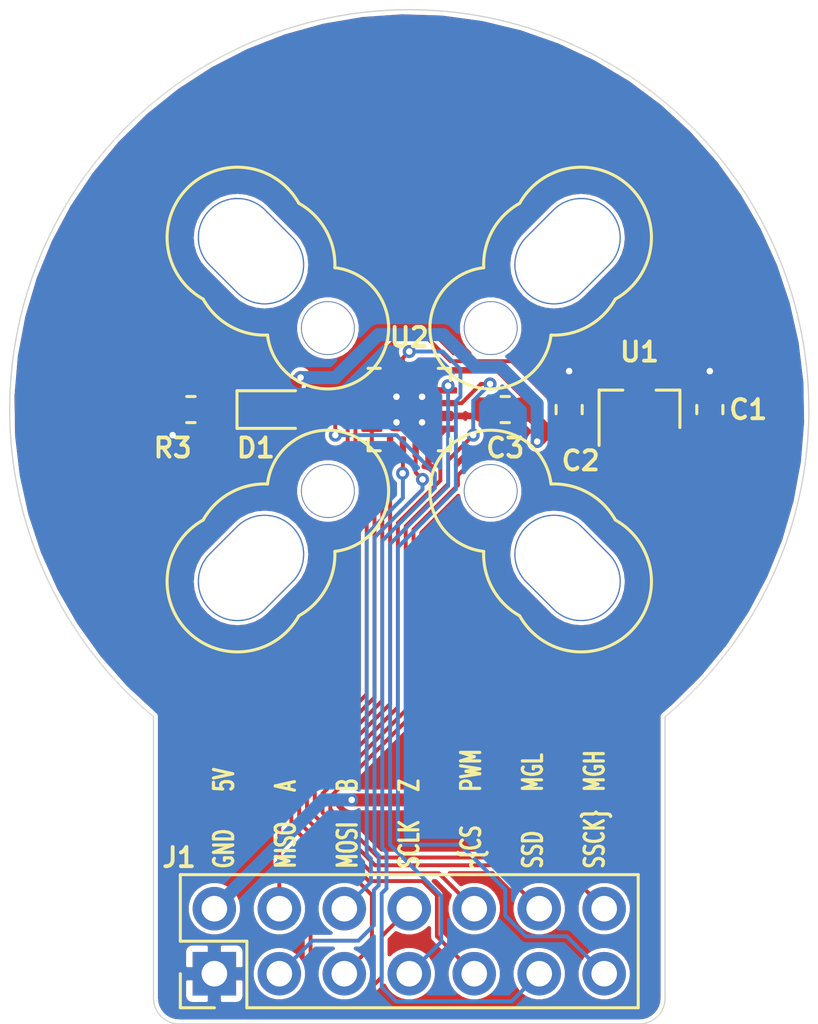
<source format=kicad_pcb>
(kicad_pcb (version 20171130) (host pcbnew "(5.1.5)-3")

  (general
    (thickness 1.6)
    (drawings 28)
    (tracks 222)
    (zones 0)
    (modules 10)
    (nets 18)
  )

  (page A4)
  (layers
    (0 F.Cu signal)
    (31 B.Cu signal)
    (32 B.Adhes user)
    (33 F.Adhes user)
    (34 B.Paste user)
    (35 F.Paste user)
    (36 B.SilkS user)
    (37 F.SilkS user)
    (38 B.Mask user)
    (39 F.Mask user)
    (40 Dwgs.User user)
    (41 Cmts.User user)
    (42 Eco1.User user)
    (43 Eco2.User user)
    (44 Edge.Cuts user)
    (45 Margin user)
    (46 B.CrtYd user)
    (47 F.CrtYd user)
    (48 B.Fab user)
    (49 F.Fab user hide)
  )

  (setup
    (last_trace_width 0.508)
    (user_trace_width 0.254)
    (user_trace_width 0.508)
    (trace_clearance 0.1524)
    (zone_clearance 0.152)
    (zone_45_only no)
    (trace_min 0.1524)
    (via_size 0.508)
    (via_drill 0.254)
    (via_min_size 0.508)
    (via_min_drill 0.254)
    (user_via 3.01 3)
    (uvia_size 0.508)
    (uvia_drill 0.254)
    (uvias_allowed no)
    (uvia_min_size 0.508)
    (uvia_min_drill 0.254)
    (edge_width 0.05)
    (segment_width 0.2)
    (pcb_text_width 0.3)
    (pcb_text_size 1.5 1.5)
    (mod_edge_width 0.12)
    (mod_text_size 1 1)
    (mod_text_width 0.15)
    (pad_size 1.524 1.524)
    (pad_drill 0.762)
    (pad_to_mask_clearance 0.000051)
    (aux_axis_origin 0 0)
    (visible_elements 7FFFFFFF)
    (pcbplotparams
      (layerselection 0x010fc_ffffffff)
      (usegerberextensions false)
      (usegerberattributes false)
      (usegerberadvancedattributes false)
      (creategerberjobfile false)
      (excludeedgelayer true)
      (linewidth 0.100000)
      (plotframeref false)
      (viasonmask false)
      (mode 1)
      (useauxorigin false)
      (hpglpennumber 1)
      (hpglpenspeed 20)
      (hpglpendiameter 15.000000)
      (psnegative false)
      (psa4output false)
      (plotreference true)
      (plotvalue true)
      (plotinvisibletext false)
      (padsonsilk false)
      (subtractmaskfromsilk false)
      (outputformat 1)
      (mirror false)
      (drillshape 1)
      (scaleselection 1)
      (outputdirectory ""))
  )

  (net 0 "")
  (net 1 +5V)
  (net 2 GND)
  (net 3 "Net-(D1-Pad1)")
  (net 4 /MOSI)
  (net 5 /MISO)
  (net 6 /SCLK)
  (net 7 /~CS)
  (net 8 /SSD)
  (net 9 /SSCK)
  (net 10 /PWM)
  (net 11 /MGH)
  (net 12 /MGL)
  (net 13 /A)
  (net 14 /B)
  (net 15 /Z)
  (net 16 "Net-(U2-Pad14)")
  (net 17 /3.3V)

  (net_class Default "This is the default net class."
    (clearance 0.1524)
    (trace_width 0.1524)
    (via_dia 0.508)
    (via_drill 0.254)
    (uvia_dia 0.508)
    (uvia_drill 0.254)
    (add_net +5V)
    (add_net /3.3V)
    (add_net /A)
    (add_net /B)
    (add_net /MGH)
    (add_net /MGL)
    (add_net /MISO)
    (add_net /MOSI)
    (add_net /PWM)
    (add_net /SCLK)
    (add_net /SSCK)
    (add_net /SSD)
    (add_net /Z)
    (add_net /~CS)
    (add_net GND)
    (add_net "Net-(D1-Pad1)")
    (add_net "Net-(U2-Pad14)")
  )

  (module "Motor Mount:16x19_Motor" (layer F.Cu) (tedit 5DFEA019) (tstamp 5DFF0C7A)
    (at 45 35)
    (fp_text reference REF** (at 0 0.5) (layer F.SilkS) hide
      (effects (font (size 1 1) (thickness 0.15)))
    )
    (fp_text value 16x19_Motor (at 0 -0.5) (layer F.Fab)
      (effects (font (size 1 1) (thickness 0.15)))
    )
    (pad ~ thru_hole oval (at -6.187184 6.187184 315) (size 3.1 4.6) (drill oval 3 4.5) (layers *.Cu *.Mask))
    (pad ~ thru_hole oval (at -6.187184 -6.187184 225) (size 3.1 4.6) (drill oval 3 4.5) (layers *.Cu *.Mask))
    (pad ~ thru_hole oval (at 6.187184 -6.187184 135) (size 3.1 4.6) (drill oval 3 4.5) (layers *.Cu *.Mask))
    (pad ~ thru_hole oval (at 6.187184 6.187184 45) (size 3.1 4.6) (drill oval 3 4.5) (layers *.Cu *.Mask))
  )

  (module "Motor Mount:9x9_Motor" (layer F.Cu) (tedit 5DFE9F37) (tstamp 5DFF1793)
    (at 45 35)
    (fp_text reference REF** (at 0 0.5) (layer F.SilkS) hide
      (effects (font (size 1 1) (thickness 0.15)))
    )
    (fp_text value 9x9_Motor (at 0 -0.5) (layer F.Fab)
      (effects (font (size 1 1) (thickness 0.15)))
    )
    (pad ~ thru_hole circle (at -3.181981 3.181981 270) (size 2.1 2.1) (drill 2) (layers *.Cu *.Mask))
    (pad ~ thru_hole circle (at -3.181981 -3.181981 180) (size 2.1 2.1) (drill 2) (layers *.Cu *.Mask))
    (pad ~ thru_hole circle (at 3.181981 -3.181981 90) (size 2.1 2.1) (drill 2) (layers *.Cu *.Mask))
    (pad ~ thru_hole circle (at 3.181981 3.181981) (size 2.1 2.1) (drill 2) (layers *.Cu *.Mask))
  )

  (module Connector_PinHeader_2.54mm:PinHeader_2x07_P2.54mm_Vertical (layer F.Cu) (tedit 59FED5CC) (tstamp 5DFE82E9)
    (at 37.38 57.04 90)
    (descr "Through hole straight pin header, 2x07, 2.54mm pitch, double rows")
    (tags "Through hole pin header THT 2x07 2.54mm double row")
    (path /5DFF562A)
    (fp_text reference J1 (at 4.54 -1.38 180) (layer F.SilkS)
      (effects (font (size 0.75 0.75) (thickness 0.15)))
    )
    (fp_text value Conn_02x07_Odd_Even (at 1.27 17.57 90) (layer F.Fab)
      (effects (font (size 1 1) (thickness 0.15)))
    )
    (fp_line (start 0 -1.27) (end 3.81 -1.27) (layer F.Fab) (width 0.1))
    (fp_line (start 3.81 -1.27) (end 3.81 16.51) (layer F.Fab) (width 0.1))
    (fp_line (start 3.81 16.51) (end -1.27 16.51) (layer F.Fab) (width 0.1))
    (fp_line (start -1.27 16.51) (end -1.27 0) (layer F.Fab) (width 0.1))
    (fp_line (start -1.27 0) (end 0 -1.27) (layer F.Fab) (width 0.1))
    (fp_line (start -1.33 16.57) (end 3.87 16.57) (layer F.SilkS) (width 0.12))
    (fp_line (start -1.33 1.27) (end -1.33 16.57) (layer F.SilkS) (width 0.12))
    (fp_line (start 3.87 -1.33) (end 3.87 16.57) (layer F.SilkS) (width 0.12))
    (fp_line (start -1.33 1.27) (end 1.27 1.27) (layer F.SilkS) (width 0.12))
    (fp_line (start 1.27 1.27) (end 1.27 -1.33) (layer F.SilkS) (width 0.12))
    (fp_line (start 1.27 -1.33) (end 3.87 -1.33) (layer F.SilkS) (width 0.12))
    (fp_line (start -1.33 0) (end -1.33 -1.33) (layer F.SilkS) (width 0.12))
    (fp_line (start -1.33 -1.33) (end 0 -1.33) (layer F.SilkS) (width 0.12))
    (fp_line (start -1.8 -1.8) (end -1.8 17.05) (layer F.CrtYd) (width 0.05))
    (fp_line (start -1.8 17.05) (end 4.35 17.05) (layer F.CrtYd) (width 0.05))
    (fp_line (start 4.35 17.05) (end 4.35 -1.8) (layer F.CrtYd) (width 0.05))
    (fp_line (start 4.35 -1.8) (end -1.8 -1.8) (layer F.CrtYd) (width 0.05))
    (fp_text user %R (at 1.27 7.62) (layer F.Fab)
      (effects (font (size 1 1) (thickness 0.15)))
    )
    (pad 1 thru_hole rect (at 0 0 90) (size 1.7 1.7) (drill 1) (layers *.Cu *.Mask)
      (net 2 GND))
    (pad 2 thru_hole oval (at 2.54 0 90) (size 1.7 1.7) (drill 1) (layers *.Cu *.Mask)
      (net 1 +5V))
    (pad 3 thru_hole oval (at 0 2.54 90) (size 1.7 1.7) (drill 1) (layers *.Cu *.Mask)
      (net 5 /MISO))
    (pad 4 thru_hole oval (at 2.54 2.54 90) (size 1.7 1.7) (drill 1) (layers *.Cu *.Mask)
      (net 13 /A))
    (pad 5 thru_hole oval (at 0 5.08 90) (size 1.7 1.7) (drill 1) (layers *.Cu *.Mask)
      (net 4 /MOSI))
    (pad 6 thru_hole oval (at 2.54 5.08 90) (size 1.7 1.7) (drill 1) (layers *.Cu *.Mask)
      (net 14 /B))
    (pad 7 thru_hole oval (at 0 7.62 90) (size 1.7 1.7) (drill 1) (layers *.Cu *.Mask)
      (net 6 /SCLK))
    (pad 8 thru_hole oval (at 2.54 7.62 90) (size 1.7 1.7) (drill 1) (layers *.Cu *.Mask)
      (net 15 /Z))
    (pad 9 thru_hole oval (at 0 10.16 90) (size 1.7 1.7) (drill 1) (layers *.Cu *.Mask)
      (net 7 /~CS))
    (pad 10 thru_hole oval (at 2.54 10.16 90) (size 1.7 1.7) (drill 1) (layers *.Cu *.Mask)
      (net 10 /PWM))
    (pad 11 thru_hole oval (at 0 12.7 90) (size 1.7 1.7) (drill 1) (layers *.Cu *.Mask)
      (net 8 /SSD))
    (pad 12 thru_hole oval (at 2.54 12.7 90) (size 1.7 1.7) (drill 1) (layers *.Cu *.Mask)
      (net 12 /MGL))
    (pad 13 thru_hole oval (at 0 15.24 90) (size 1.7 1.7) (drill 1) (layers *.Cu *.Mask)
      (net 9 /SSCK))
    (pad 14 thru_hole oval (at 2.54 15.24 90) (size 1.7 1.7) (drill 1) (layers *.Cu *.Mask)
      (net 11 /MGH))
    (model ${KISYS3DMOD}/Connector_PinHeader_2.54mm.3dshapes/PinHeader_2x07_P2.54mm_Vertical.wrl
      (at (xyz 0 0 0))
      (scale (xyz 1 1 1))
      (rotate (xyz 0 0 0))
    )
  )

  (module Package_TO_SOT_SMD:SOT-23 (layer F.Cu) (tedit 5A02FF57) (tstamp 5DFEB3CA)
    (at 54 35 90)
    (descr "SOT-23, Standard")
    (tags SOT-23)
    (path /5DFE9A67)
    (attr smd)
    (fp_text reference U1 (at 2.25 0 180) (layer F.SilkS)
      (effects (font (size 0.75 0.75) (thickness 0.15)))
    )
    (fp_text value TL760_SOT23 (at 0 2.5 90) (layer F.Fab)
      (effects (font (size 1 1) (thickness 0.15)))
    )
    (fp_text user %R (at 0 0) (layer F.Fab)
      (effects (font (size 0.5 0.5) (thickness 0.075)))
    )
    (fp_line (start -0.7 -0.95) (end -0.7 1.5) (layer F.Fab) (width 0.1))
    (fp_line (start -0.15 -1.52) (end 0.7 -1.52) (layer F.Fab) (width 0.1))
    (fp_line (start -0.7 -0.95) (end -0.15 -1.52) (layer F.Fab) (width 0.1))
    (fp_line (start 0.7 -1.52) (end 0.7 1.52) (layer F.Fab) (width 0.1))
    (fp_line (start -0.7 1.52) (end 0.7 1.52) (layer F.Fab) (width 0.1))
    (fp_line (start 0.76 1.58) (end 0.76 0.65) (layer F.SilkS) (width 0.12))
    (fp_line (start 0.76 -1.58) (end 0.76 -0.65) (layer F.SilkS) (width 0.12))
    (fp_line (start -1.7 -1.75) (end 1.7 -1.75) (layer F.CrtYd) (width 0.05))
    (fp_line (start 1.7 -1.75) (end 1.7 1.75) (layer F.CrtYd) (width 0.05))
    (fp_line (start 1.7 1.75) (end -1.7 1.75) (layer F.CrtYd) (width 0.05))
    (fp_line (start -1.7 1.75) (end -1.7 -1.75) (layer F.CrtYd) (width 0.05))
    (fp_line (start 0.76 -1.58) (end -1.4 -1.58) (layer F.SilkS) (width 0.12))
    (fp_line (start 0.76 1.58) (end -0.7 1.58) (layer F.SilkS) (width 0.12))
    (pad 1 smd rect (at -1 -0.95 90) (size 0.9 0.8) (layers F.Cu F.Paste F.Mask)
      (net 17 /3.3V))
    (pad 2 smd rect (at -1 0.95 90) (size 0.9 0.8) (layers F.Cu F.Paste F.Mask)
      (net 1 +5V))
    (pad 3 smd rect (at 1 0 90) (size 0.9 0.8) (layers F.Cu F.Paste F.Mask)
      (net 2 GND))
    (model ${KISYS3DMOD}/Package_TO_SOT_SMD.3dshapes/SOT-23.wrl
      (at (xyz 0 0 0))
      (scale (xyz 1 1 1))
      (rotate (xyz 0 0 0))
    )
  )

  (module Capacitor_SMD:C_0603_1608Metric (layer F.Cu) (tedit 5B301BBE) (tstamp 5DFEB432)
    (at 56.75 35 90)
    (descr "Capacitor SMD 0603 (1608 Metric), square (rectangular) end terminal, IPC_7351 nominal, (Body size source: http://www.tortai-tech.com/upload/download/2011102023233369053.pdf), generated with kicad-footprint-generator")
    (tags capacitor)
    (path /5DFDAAF0)
    (attr smd)
    (fp_text reference C1 (at 0 1.5 180) (layer F.SilkS)
      (effects (font (size 0.75 0.75) (thickness 0.15)))
    )
    (fp_text value 0.1uF (at 0 1.43 90) (layer F.Fab)
      (effects (font (size 1 1) (thickness 0.15)))
    )
    (fp_line (start -0.8 0.4) (end -0.8 -0.4) (layer F.Fab) (width 0.1))
    (fp_line (start -0.8 -0.4) (end 0.8 -0.4) (layer F.Fab) (width 0.1))
    (fp_line (start 0.8 -0.4) (end 0.8 0.4) (layer F.Fab) (width 0.1))
    (fp_line (start 0.8 0.4) (end -0.8 0.4) (layer F.Fab) (width 0.1))
    (fp_line (start -0.162779 -0.51) (end 0.162779 -0.51) (layer F.SilkS) (width 0.12))
    (fp_line (start -0.162779 0.51) (end 0.162779 0.51) (layer F.SilkS) (width 0.12))
    (fp_line (start -1.48 0.73) (end -1.48 -0.73) (layer F.CrtYd) (width 0.05))
    (fp_line (start -1.48 -0.73) (end 1.48 -0.73) (layer F.CrtYd) (width 0.05))
    (fp_line (start 1.48 -0.73) (end 1.48 0.73) (layer F.CrtYd) (width 0.05))
    (fp_line (start 1.48 0.73) (end -1.48 0.73) (layer F.CrtYd) (width 0.05))
    (fp_text user %R (at 0 0 90) (layer F.Fab)
      (effects (font (size 0.4 0.4) (thickness 0.06)))
    )
    (pad 1 smd roundrect (at -0.7875 0 90) (size 0.875 0.95) (layers F.Cu F.Paste F.Mask) (roundrect_rratio 0.25)
      (net 1 +5V))
    (pad 2 smd roundrect (at 0.7875 0 90) (size 0.875 0.95) (layers F.Cu F.Paste F.Mask) (roundrect_rratio 0.25)
      (net 2 GND))
    (model ${KISYS3DMOD}/Capacitor_SMD.3dshapes/C_0603_1608Metric.wrl
      (at (xyz 0 0 0))
      (scale (xyz 1 1 1))
      (rotate (xyz 0 0 0))
    )
  )

  (module Capacitor_SMD:C_0603_1608Metric (layer F.Cu) (tedit 5B301BBE) (tstamp 5DFE2997)
    (at 48.75 35 180)
    (descr "Capacitor SMD 0603 (1608 Metric), square (rectangular) end terminal, IPC_7351 nominal, (Body size source: http://www.tortai-tech.com/upload/download/2011102023233369053.pdf), generated with kicad-footprint-generator")
    (tags capacitor)
    (path /5DFE8F91)
    (attr smd)
    (fp_text reference C3 (at 0 -1.5) (layer F.SilkS)
      (effects (font (size 0.75 0.75) (thickness 0.15)))
    )
    (fp_text value 1uF (at 0 1.43) (layer F.Fab)
      (effects (font (size 1 1) (thickness 0.15)))
    )
    (fp_line (start -0.8 0.4) (end -0.8 -0.4) (layer F.Fab) (width 0.1))
    (fp_line (start -0.8 -0.4) (end 0.8 -0.4) (layer F.Fab) (width 0.1))
    (fp_line (start 0.8 -0.4) (end 0.8 0.4) (layer F.Fab) (width 0.1))
    (fp_line (start 0.8 0.4) (end -0.8 0.4) (layer F.Fab) (width 0.1))
    (fp_line (start -0.162779 -0.51) (end 0.162779 -0.51) (layer F.SilkS) (width 0.12))
    (fp_line (start -0.162779 0.51) (end 0.162779 0.51) (layer F.SilkS) (width 0.12))
    (fp_line (start -1.48 0.73) (end -1.48 -0.73) (layer F.CrtYd) (width 0.05))
    (fp_line (start -1.48 -0.73) (end 1.48 -0.73) (layer F.CrtYd) (width 0.05))
    (fp_line (start 1.48 -0.73) (end 1.48 0.73) (layer F.CrtYd) (width 0.05))
    (fp_line (start 1.48 0.73) (end -1.48 0.73) (layer F.CrtYd) (width 0.05))
    (fp_text user %R (at 0 0) (layer F.Fab)
      (effects (font (size 0.4 0.4) (thickness 0.06)))
    )
    (pad 1 smd roundrect (at -0.7875 0 180) (size 0.875 0.95) (layers F.Cu F.Paste F.Mask) (roundrect_rratio 0.25)
      (net 17 /3.3V))
    (pad 2 smd roundrect (at 0.7875 0 180) (size 0.875 0.95) (layers F.Cu F.Paste F.Mask) (roundrect_rratio 0.25)
      (net 2 GND))
    (model ${KISYS3DMOD}/Capacitor_SMD.3dshapes/C_0603_1608Metric.wrl
      (at (xyz 0 0 0))
      (scale (xyz 1 1 1))
      (rotate (xyz 0 0 0))
    )
  )

  (module LED_SMD:LED_0603_1608Metric (layer F.Cu) (tedit 5B301BBE) (tstamp 5DFEAFD1)
    (at 39.75 35)
    (descr "LED SMD 0603 (1608 Metric), square (rectangular) end terminal, IPC_7351 nominal, (Body size source: http://www.tortai-tech.com/upload/download/2011102023233369053.pdf), generated with kicad-footprint-generator")
    (tags diode)
    (path /5DFF8CE8)
    (attr smd)
    (fp_text reference D1 (at -0.75 1.5) (layer F.SilkS)
      (effects (font (size 0.75 0.75) (thickness 0.15)))
    )
    (fp_text value LED (at 0 1.43) (layer F.Fab)
      (effects (font (size 1 1) (thickness 0.15)))
    )
    (fp_line (start 0.8 -0.4) (end -0.5 -0.4) (layer F.Fab) (width 0.1))
    (fp_line (start -0.5 -0.4) (end -0.8 -0.1) (layer F.Fab) (width 0.1))
    (fp_line (start -0.8 -0.1) (end -0.8 0.4) (layer F.Fab) (width 0.1))
    (fp_line (start -0.8 0.4) (end 0.8 0.4) (layer F.Fab) (width 0.1))
    (fp_line (start 0.8 0.4) (end 0.8 -0.4) (layer F.Fab) (width 0.1))
    (fp_line (start 0.8 -0.735) (end -1.485 -0.735) (layer F.SilkS) (width 0.12))
    (fp_line (start -1.485 -0.735) (end -1.485 0.735) (layer F.SilkS) (width 0.12))
    (fp_line (start -1.485 0.735) (end 0.8 0.735) (layer F.SilkS) (width 0.12))
    (fp_line (start -1.48 0.73) (end -1.48 -0.73) (layer F.CrtYd) (width 0.05))
    (fp_line (start -1.48 -0.73) (end 1.48 -0.73) (layer F.CrtYd) (width 0.05))
    (fp_line (start 1.48 -0.73) (end 1.48 0.73) (layer F.CrtYd) (width 0.05))
    (fp_line (start 1.48 0.73) (end -1.48 0.73) (layer F.CrtYd) (width 0.05))
    (fp_text user %R (at 0 0) (layer F.Fab)
      (effects (font (size 0.4 0.4) (thickness 0.06)))
    )
    (pad 1 smd roundrect (at -0.7875 0) (size 0.875 0.95) (layers F.Cu F.Paste F.Mask) (roundrect_rratio 0.25)
      (net 3 "Net-(D1-Pad1)"))
    (pad 2 smd roundrect (at 0.7875 0) (size 0.875 0.95) (layers F.Cu F.Paste F.Mask) (roundrect_rratio 0.25)
      (net 17 /3.3V))
    (model ${KISYS3DMOD}/LED_SMD.3dshapes/LED_0603_1608Metric.wrl
      (at (xyz 0 0 0))
      (scale (xyz 1 1 1))
      (rotate (xyz 0 0 0))
    )
  )

  (module Resistor_SMD:R_0603_1608Metric (layer F.Cu) (tedit 5B301BBD) (tstamp 5DFE1C6F)
    (at 36.4625 35 180)
    (descr "Resistor SMD 0603 (1608 Metric), square (rectangular) end terminal, IPC_7351 nominal, (Body size source: http://www.tortai-tech.com/upload/download/2011102023233369053.pdf), generated with kicad-footprint-generator")
    (tags resistor)
    (path /5DFFA7D7)
    (attr smd)
    (fp_text reference R3 (at 0.7125 -1.5) (layer F.SilkS)
      (effects (font (size 0.75 0.75) (thickness 0.15)))
    )
    (fp_text value 80 (at 0 1.43) (layer F.Fab)
      (effects (font (size 1 1) (thickness 0.15)))
    )
    (fp_line (start -0.8 0.4) (end -0.8 -0.4) (layer F.Fab) (width 0.1))
    (fp_line (start -0.8 -0.4) (end 0.8 -0.4) (layer F.Fab) (width 0.1))
    (fp_line (start 0.8 -0.4) (end 0.8 0.4) (layer F.Fab) (width 0.1))
    (fp_line (start 0.8 0.4) (end -0.8 0.4) (layer F.Fab) (width 0.1))
    (fp_line (start -0.162779 -0.51) (end 0.162779 -0.51) (layer F.SilkS) (width 0.12))
    (fp_line (start -0.162779 0.51) (end 0.162779 0.51) (layer F.SilkS) (width 0.12))
    (fp_line (start -1.48 0.73) (end -1.48 -0.73) (layer F.CrtYd) (width 0.05))
    (fp_line (start -1.48 -0.73) (end 1.48 -0.73) (layer F.CrtYd) (width 0.05))
    (fp_line (start 1.48 -0.73) (end 1.48 0.73) (layer F.CrtYd) (width 0.05))
    (fp_line (start 1.48 0.73) (end -1.48 0.73) (layer F.CrtYd) (width 0.05))
    (fp_text user %R (at 0 0) (layer F.Fab)
      (effects (font (size 0.4 0.4) (thickness 0.06)))
    )
    (pad 1 smd roundrect (at -0.7875 0 180) (size 0.875 0.95) (layers F.Cu F.Paste F.Mask) (roundrect_rratio 0.25)
      (net 3 "Net-(D1-Pad1)"))
    (pad 2 smd roundrect (at 0.7875 0 180) (size 0.875 0.95) (layers F.Cu F.Paste F.Mask) (roundrect_rratio 0.25)
      (net 2 GND))
    (model ${KISYS3DMOD}/Resistor_SMD.3dshapes/R_0603_1608Metric.wrl
      (at (xyz 0 0 0))
      (scale (xyz 1 1 1))
      (rotate (xyz 0 0 0))
    )
  )

  (module Package_DFN_QFN:QFN-16-1EP_3x3mm_P0.5mm_EP1.7x1.7mm (layer F.Cu) (tedit 5C1D45D2) (tstamp 5DFE247F)
    (at 45 35)
    (descr "QFN, 16 Pin (https://www.st.com/content/ccc/resource/technical/document/datasheet/4a/50/94/16/69/af/4b/58/DM00047334.pdf/files/DM00047334.pdf/jcr:content/translations/en.DM00047334.pdf), generated with kicad-footprint-generator ipc_dfn_qfn_generator.py")
    (tags "QFN DFN_QFN")
    (path /5DFF2868)
    (attr smd)
    (fp_text reference U2 (at 0 -2.82) (layer F.SilkS)
      (effects (font (size 0.75 0.75) (thickness 0.15)))
    )
    (fp_text value MA704 (at 0 2.82) (layer F.Fab)
      (effects (font (size 1 1) (thickness 0.15)))
    )
    (fp_line (start 1.135 -1.61) (end 1.61 -1.61) (layer F.SilkS) (width 0.12))
    (fp_line (start 1.61 -1.61) (end 1.61 -1.135) (layer F.SilkS) (width 0.12))
    (fp_line (start -1.135 1.61) (end -1.61 1.61) (layer F.SilkS) (width 0.12))
    (fp_line (start -1.61 1.61) (end -1.61 1.135) (layer F.SilkS) (width 0.12))
    (fp_line (start 1.135 1.61) (end 1.61 1.61) (layer F.SilkS) (width 0.12))
    (fp_line (start 1.61 1.61) (end 1.61 1.135) (layer F.SilkS) (width 0.12))
    (fp_line (start -1.135 -1.61) (end -1.61 -1.61) (layer F.SilkS) (width 0.12))
    (fp_line (start -0.75 -1.5) (end 1.5 -1.5) (layer F.Fab) (width 0.1))
    (fp_line (start 1.5 -1.5) (end 1.5 1.5) (layer F.Fab) (width 0.1))
    (fp_line (start 1.5 1.5) (end -1.5 1.5) (layer F.Fab) (width 0.1))
    (fp_line (start -1.5 1.5) (end -1.5 -0.75) (layer F.Fab) (width 0.1))
    (fp_line (start -1.5 -0.75) (end -0.75 -1.5) (layer F.Fab) (width 0.1))
    (fp_line (start -2.12 -2.12) (end -2.12 2.12) (layer F.CrtYd) (width 0.05))
    (fp_line (start -2.12 2.12) (end 2.12 2.12) (layer F.CrtYd) (width 0.05))
    (fp_line (start 2.12 2.12) (end 2.12 -2.12) (layer F.CrtYd) (width 0.05))
    (fp_line (start 2.12 -2.12) (end -2.12 -2.12) (layer F.CrtYd) (width 0.05))
    (fp_text user %R (at 0 0) (layer F.Fab)
      (effects (font (size 0.75 0.75) (thickness 0.11)))
    )
    (pad 17 smd roundrect (at 0 0) (size 1.7 1.7) (layers F.Cu F.Mask) (roundrect_rratio 0.147059)
      (net 2 GND))
    (pad "" smd roundrect (at -0.425 -0.425) (size 0.69 0.69) (layers F.Paste) (roundrect_rratio 0.25))
    (pad "" smd roundrect (at -0.425 0.425) (size 0.69 0.69) (layers F.Paste) (roundrect_rratio 0.25))
    (pad "" smd roundrect (at 0.425 -0.425) (size 0.69 0.69) (layers F.Paste) (roundrect_rratio 0.25))
    (pad "" smd roundrect (at 0.425 0.425) (size 0.69 0.69) (layers F.Paste) (roundrect_rratio 0.25))
    (pad 1 smd roundrect (at -1.4625 -0.75) (size 0.825 0.25) (layers F.Cu F.Paste F.Mask) (roundrect_rratio 0.25)
      (net 8 /SSD))
    (pad 2 smd roundrect (at -1.4625 -0.25) (size 0.825 0.25) (layers F.Cu F.Paste F.Mask) (roundrect_rratio 0.25)
      (net 13 /A))
    (pad 3 smd roundrect (at -1.4625 0.25) (size 0.825 0.25) (layers F.Cu F.Paste F.Mask) (roundrect_rratio 0.25)
      (net 15 /Z))
    (pad 4 smd roundrect (at -1.4625 0.75) (size 0.825 0.25) (layers F.Cu F.Paste F.Mask) (roundrect_rratio 0.25)
      (net 4 /MOSI))
    (pad 5 smd roundrect (at -0.75 1.4625) (size 0.25 0.825) (layers F.Cu F.Paste F.Mask) (roundrect_rratio 0.25)
      (net 7 /~CS))
    (pad 6 smd roundrect (at -0.25 1.4625) (size 0.25 0.825) (layers F.Cu F.Paste F.Mask) (roundrect_rratio 0.25)
      (net 14 /B))
    (pad 7 smd roundrect (at 0.25 1.4625) (size 0.25 0.825) (layers F.Cu F.Paste F.Mask) (roundrect_rratio 0.25)
      (net 5 /MISO))
    (pad 8 smd roundrect (at 0.75 1.4625) (size 0.25 0.825) (layers F.Cu F.Paste F.Mask) (roundrect_rratio 0.25)
      (net 2 GND))
    (pad 9 smd roundrect (at 1.4625 0.75) (size 0.825 0.25) (layers F.Cu F.Paste F.Mask) (roundrect_rratio 0.25)
      (net 10 /PWM))
    (pad 10 smd roundrect (at 1.4625 0.25) (size 0.825 0.25) (layers F.Cu F.Paste F.Mask) (roundrect_rratio 0.25)
      (net 2 GND))
    (pad 11 smd roundrect (at 1.4625 -0.25) (size 0.825 0.25) (layers F.Cu F.Paste F.Mask) (roundrect_rratio 0.25)
      (net 12 /MGL))
    (pad 12 smd roundrect (at 1.4625 -0.75) (size 0.825 0.25) (layers F.Cu F.Paste F.Mask) (roundrect_rratio 0.25)
      (net 6 /SCLK))
    (pad 13 smd roundrect (at 0.75 -1.4625) (size 0.25 0.825) (layers F.Cu F.Paste F.Mask) (roundrect_rratio 0.25)
      (net 17 /3.3V))
    (pad 14 smd roundrect (at 0.25 -1.4625) (size 0.25 0.825) (layers F.Cu F.Paste F.Mask) (roundrect_rratio 0.25)
      (net 16 "Net-(U2-Pad14)"))
    (pad 15 smd roundrect (at -0.25 -1.4625) (size 0.25 0.825) (layers F.Cu F.Paste F.Mask) (roundrect_rratio 0.25)
      (net 9 /SSCK))
    (pad 16 smd roundrect (at -0.75 -1.4625) (size 0.25 0.825) (layers F.Cu F.Paste F.Mask) (roundrect_rratio 0.25)
      (net 11 /MGH))
    (model ${KISYS3DMOD}/Package_DFN_QFN.3dshapes/QFN-16-1EP_3x3mm_P0.5mm_EP1.7x1.7mm.wrl
      (at (xyz 0 0 0))
      (scale (xyz 1 1 1))
      (rotate (xyz 0 0 0))
    )
    (model ${KISYS3DMOD}/Package_DFN_QFN.3dshapes/WQFN-16-1EP_3x3mm_P0.5mm_EP1.75x1.75mm.step
      (at (xyz 0 0 0))
      (scale (xyz 1 1 1))
      (rotate (xyz 0 0 0))
    )
  )

  (module Capacitor_SMD:C_0603_1608Metric (layer F.Cu) (tedit 5B301BBE) (tstamp 5DFEB402)
    (at 51.25 35 90)
    (descr "Capacitor SMD 0603 (1608 Metric), square (rectangular) end terminal, IPC_7351 nominal, (Body size source: http://www.tortai-tech.com/upload/download/2011102023233369053.pdf), generated with kicad-footprint-generator")
    (tags capacitor)
    (path /5DFDB32F)
    (attr smd)
    (fp_text reference C2 (at -2 0.45 180) (layer F.SilkS)
      (effects (font (size 0.75 0.75) (thickness 0.15)))
    )
    (fp_text value 0.1uF (at 0 1.43 90) (layer F.Fab)
      (effects (font (size 1 1) (thickness 0.15)))
    )
    (fp_line (start -0.8 0.4) (end -0.8 -0.4) (layer F.Fab) (width 0.1))
    (fp_line (start -0.8 -0.4) (end 0.8 -0.4) (layer F.Fab) (width 0.1))
    (fp_line (start 0.8 -0.4) (end 0.8 0.4) (layer F.Fab) (width 0.1))
    (fp_line (start 0.8 0.4) (end -0.8 0.4) (layer F.Fab) (width 0.1))
    (fp_line (start -0.162779 -0.51) (end 0.162779 -0.51) (layer F.SilkS) (width 0.12))
    (fp_line (start -0.162779 0.51) (end 0.162779 0.51) (layer F.SilkS) (width 0.12))
    (fp_line (start -1.48 0.73) (end -1.48 -0.73) (layer F.CrtYd) (width 0.05))
    (fp_line (start -1.48 -0.73) (end 1.48 -0.73) (layer F.CrtYd) (width 0.05))
    (fp_line (start 1.48 -0.73) (end 1.48 0.73) (layer F.CrtYd) (width 0.05))
    (fp_line (start 1.48 0.73) (end -1.48 0.73) (layer F.CrtYd) (width 0.05))
    (fp_text user %R (at 0 0 90) (layer F.Fab)
      (effects (font (size 0.4 0.4) (thickness 0.06)))
    )
    (pad 1 smd roundrect (at -0.7875 0 90) (size 0.875 0.95) (layers F.Cu F.Paste F.Mask) (roundrect_rratio 0.25)
      (net 17 /3.3V))
    (pad 2 smd roundrect (at 0.7875 0 90) (size 0.875 0.95) (layers F.Cu F.Paste F.Mask) (roundrect_rratio 0.25)
      (net 2 GND))
    (model ${KISYS3DMOD}/Capacitor_SMD.3dshapes/C_0603_1608Metric.wrl
      (at (xyz 0 0 0))
      (scale (xyz 1 1 1))
      (rotate (xyz 0 0 0))
    )
  )

  (gr_text "GND\n\nMISO\n\nMOSI\n\nSCLK\n\n~CS\n\nSSD\n\nSSCK" (at 45 53 90) (layer F.SilkS) (tstamp 5DFE55F6)
    (effects (font (size 0.75 0.5) (thickness 0.125)) (justify left))
  )
  (gr_arc (start 50.656854 40.656854) (end 53.058013 39.316355) (angle -63.23544211) (layer F.SilkS) (width 0.12))
  (gr_arc (start 51.717514 41.717514) (end 49.316355 43.058013) (angle -211.6532403) (layer F.SilkS) (width 0.12))
  (gr_arc (start 50.656854 40.656854) (end 47.909284 40.541273) (angle -63.23544211) (layer F.SilkS) (width 0.12))
  (gr_arc (start 48.18198 38.18198) (end 50.541273 37.909284) (angle -256.8135729) (layer F.SilkS) (width 0.12))
  (gr_arc (start 39.343145 40.656854) (end 40.683644 43.058013) (angle -63.23544211) (layer F.SilkS) (width 0.12))
  (gr_arc (start 38.282485 41.717514) (end 36.941986 39.316355) (angle -211.6532403) (layer F.SilkS) (width 0.12))
  (gr_arc (start 39.343145 40.656854) (end 39.458726 37.909284) (angle -63.23544211) (layer F.SilkS) (width 0.12))
  (gr_arc (start 41.818019 38.18198) (end 42.090715 40.541273) (angle -256.8135729) (layer F.SilkS) (width 0.12))
  (gr_arc (start 39.343145 29.343145) (end 36.941986 30.683644) (angle -63.23544211) (layer F.SilkS) (width 0.12))
  (gr_arc (start 38.282485 28.282485) (end 40.683644 26.941986) (angle -211.6532403) (layer F.SilkS) (width 0.12))
  (gr_arc (start 39.343145 29.343145) (end 42.090715 29.458726) (angle -63.23544211) (layer F.SilkS) (width 0.12))
  (gr_arc (start 41.818019 31.818019) (end 39.458726 32.090715) (angle -256.8135729) (layer F.SilkS) (width 0.12))
  (gr_arc (start 48.18198 31.818019) (end 47.909284 29.458726) (angle -256.8135729) (layer F.SilkS) (width 0.12))
  (gr_arc (start 50.656854 29.343145) (end 50.541273 32.090715) (angle -63.23544211) (layer F.SilkS) (width 0.12))
  (gr_arc (start 51.717514 28.282485) (end 53.058013 30.683644) (angle -211.6532403) (layer F.SilkS) (width 0.12))
  (gr_arc (start 50.656854 29.343145) (end 49.316355 26.941986) (angle -63.23544211) (layer F.SilkS) (width 0.12))
  (gr_circle (center 48.18198 38.18198) (end 49.18198 38.18198) (layer Edge.Cuts) (width 0.05))
  (gr_circle (center 41.818019 38.18198) (end 42.818019 38.18198) (layer Edge.Cuts) (width 0.05))
  (gr_circle (center 41.818019 31.818019) (end 42.818019 31.818019) (layer Edge.Cuts) (width 0.05))
  (gr_circle (center 48.18198 31.818019) (end 49.18198 31.818019) (layer Edge.Cuts) (width 0.05))
  (gr_text "5V\n\nA\n\nB\n\nZ\n\nPWM\n\nMGL\n\nMGH" (at 45 50 90) (layer F.SilkS) (tstamp 5DFE5693)
    (effects (font (size 0.75 0.5) (thickness 0.125)) (justify left))
  )
  (gr_arc (start 54 58) (end 54 59) (angle -90) (layer Edge.Cuts) (width 0.05))
  (gr_arc (start 36 58) (end 35 58) (angle -90) (layer Edge.Cuts) (width 0.05))
  (gr_arc (start 45 35) (end 55 47) (angle -280.3888578) (layer Edge.Cuts) (width 0.05))
  (gr_line (start 55 58) (end 55 47) (layer Edge.Cuts) (width 0.05))
  (gr_line (start 36 59) (end 54 59) (layer Edge.Cuts) (width 0.05))
  (gr_line (start 35 47) (end 35 58) (layer Edge.Cuts) (width 0.05))

  (segment (start 56.5375 36) (end 56.75 35.7875) (width 0.508) (layer F.Cu) (net 1))
  (segment (start 54.95 36) (end 56.5375 36) (width 0.508) (layer F.Cu) (net 1))
  (segment (start 41.63 50.25) (end 42.749994 50.25) (width 0.508) (layer B.Cu) (net 1))
  (segment (start 37.38 54.5) (end 41.63 50.25) (width 0.508) (layer B.Cu) (net 1))
  (via (at 42.749994 50.25) (size 0.508) (drill 0.254) (layers F.Cu B.Cu) (net 1))
  (segment (start 43.109204 50.25) (end 42.749994 50.25) (width 0.508) (layer F.Cu) (net 1))
  (segment (start 47.75 50.25) (end 43.109204 50.25) (width 0.508) (layer F.Cu) (net 1))
  (segment (start 56.75 35.7875) (end 56.75 41.25) (width 0.508) (layer F.Cu) (net 1))
  (segment (start 56.75 41.25) (end 47.75 50.25) (width 0.508) (layer F.Cu) (net 1))
  (segment (start 45.25 35.25) (end 45 35) (width 0.1524) (layer F.Cu) (net 2))
  (segment (start 46.4625 35.25) (end 45.25 35.25) (width 0.1524) (layer F.Cu) (net 2))
  (segment (start 45.75 36.4625) (end 45.75 35.75) (width 0.1524) (layer F.Cu) (net 2))
  (via (at 44.5 34.5) (size 0.508) (drill 0.254) (layers F.Cu B.Cu) (net 2))
  (segment (start 45 35) (end 44.5 34.5) (width 0.1524) (layer F.Cu) (net 2))
  (via (at 45.5 34.5) (size 0.508) (drill 0.254) (layers F.Cu B.Cu) (net 2))
  (segment (start 45 35) (end 45.5 34.5) (width 0.1524) (layer F.Cu) (net 2))
  (via (at 45.5 35.5) (size 0.508) (drill 0.254) (layers F.Cu B.Cu) (net 2))
  (segment (start 45 35) (end 45.5 35.5) (width 0.1524) (layer F.Cu) (net 2))
  (segment (start 45.75 35.75) (end 45.5 35.5) (width 0.1524) (layer F.Cu) (net 2))
  (via (at 44.5 35.5) (size 0.508) (drill 0.254) (layers F.Cu B.Cu) (net 2))
  (segment (start 45 35) (end 44.5 35.5) (width 0.1524) (layer F.Cu) (net 2))
  (segment (start 53.7875 34.2125) (end 54 34) (width 0.508) (layer F.Cu) (net 2))
  (segment (start 51.25 34.2125) (end 53.7875 34.2125) (width 0.508) (layer F.Cu) (net 2))
  (segment (start 54.2125 34.2125) (end 54 34) (width 0.508) (layer F.Cu) (net 2))
  (segment (start 56.75 34.2125) (end 54.2125 34.2125) (width 0.508) (layer F.Cu) (net 2))
  (via (at 35.75 36) (size 0.508) (drill 0.254) (layers F.Cu B.Cu) (net 2))
  (segment (start 35.675 35) (end 35.675 35.925) (width 0.508) (layer F.Cu) (net 2))
  (segment (start 35.675 35.925) (end 35.75 36) (width 0.508) (layer F.Cu) (net 2))
  (via (at 51.25 33.5) (size 0.508) (drill 0.254) (layers F.Cu B.Cu) (net 2))
  (segment (start 51.25 34.2125) (end 51.25 33.5) (width 0.508) (layer F.Cu) (net 2))
  (via (at 56.75 33.5) (size 0.508) (drill 0.254) (layers F.Cu B.Cu) (net 2))
  (segment (start 56.75 34.2125) (end 56.75 33.5) (width 0.508) (layer F.Cu) (net 2))
  (segment (start 47.7125 35.25) (end 46.4625 35.25) (width 0.254) (layer F.Cu) (net 2))
  (segment (start 47.9625 35) (end 47.7125 35.25) (width 0.254) (layer F.Cu) (net 2))
  (segment (start 38.9625 35) (end 37.25 35) (width 0.508) (layer F.Cu) (net 3))
  (segment (start 40.69519 49.623744) (end 43.94519 46.373744) (width 0.1524) (layer F.Cu) (net 4))
  (segment (start 43.5375 36.574194) (end 43.5375 35.875) (width 0.1524) (layer F.Cu) (net 4))
  (segment (start 40.69519 51.126256) (end 40.69519 49.623744) (width 0.1524) (layer F.Cu) (net 4))
  (segment (start 43.94519 46.373744) (end 43.94519 36.981884) (width 0.1524) (layer F.Cu) (net 4))
  (segment (start 43.94519 36.981884) (end 43.5375 36.574194) (width 0.1524) (layer F.Cu) (net 4))
  (segment (start 43.538601 53.969668) (end 40.69519 51.126256) (width 0.1524) (layer F.Cu) (net 4))
  (segment (start 43.538601 55.961399) (end 43.538601 53.969668) (width 0.1524) (layer F.Cu) (net 4))
  (segment (start 42.46 57.04) (end 43.538601 55.961399) (width 0.1524) (layer F.Cu) (net 4))
  (segment (start 43.5375 35.875) (end 43.5375 35.75) (width 0.1524) (layer F.Cu) (net 4))
  (segment (start 45.25 37.462046) (end 45.51739 37.729436) (width 0.1524) (layer F.Cu) (net 5))
  (via (at 45.51739 37.729436) (size 0.508) (drill 0.254) (layers F.Cu B.Cu) (net 5))
  (segment (start 45.25 36.4625) (end 45.25 37.462046) (width 0.1524) (layer F.Cu) (net 5))
  (segment (start 43.804811 53.586256) (end 43.804811 52.416944) (width 0.1524) (layer B.Cu) (net 5))
  (segment (start 39.92 57.04) (end 41.21 55.75) (width 0.1524) (layer B.Cu) (net 5))
  (segment (start 43.640379 52.252512) (end 43.640379 39.997488) (width 0.1524) (layer B.Cu) (net 5))
  (segment (start 41.21 55.75) (end 43.010573 55.75) (width 0.1524) (layer B.Cu) (net 5))
  (segment (start 43.640379 39.997488) (end 45.51739 38.120477) (width 0.1524) (layer B.Cu) (net 5))
  (segment (start 43.616588 53.774479) (end 43.804811 53.586256) (width 0.1524) (layer B.Cu) (net 5))
  (segment (start 45.51739 38.120477) (end 45.51739 38.088646) (width 0.1524) (layer B.Cu) (net 5))
  (segment (start 43.010573 55.75) (end 43.616588 55.143985) (width 0.1524) (layer B.Cu) (net 5))
  (segment (start 43.616588 55.143985) (end 43.616588 53.774479) (width 0.1524) (layer B.Cu) (net 5))
  (segment (start 43.804811 52.416944) (end 43.640379 52.252512) (width 0.1524) (layer B.Cu) (net 5))
  (segment (start 45.51739 38.088646) (end 45.51739 37.729436) (width 0.1524) (layer B.Cu) (net 5))
  (segment (start 46.4625 34.25) (end 46.4625 34.125) (width 0.1524) (layer F.Cu) (net 6))
  (segment (start 46.5166 34.0709) (end 46.51739 34.0709) (width 0.1524) (layer F.Cu) (net 6))
  (segment (start 46.4625 34.125) (end 46.5166 34.0709) (width 0.1524) (layer F.Cu) (net 6))
  (via (at 46.51739 34.0709) (size 0.508) (drill 0.254) (layers F.Cu B.Cu) (net 6))
  (segment (start 46.51739 34.43011) (end 46.51739 34.0709) (width 0.1524) (layer B.Cu) (net 6))
  (segment (start 46.51739 37.98261) (end 46.51739 34.43011) (width 0.1524) (layer B.Cu) (net 6))
  (segment (start 44.25 40.25) (end 46.51739 37.98261) (width 0.1524) (layer B.Cu) (net 6))
  (segment (start 45 57.04) (end 46.25 55.79) (width 0.1524) (layer B.Cu) (net 6))
  (segment (start 46.25 54) (end 44.25 52) (width 0.1524) (layer B.Cu) (net 6))
  (segment (start 46.25 55.79) (end 46.25 54) (width 0.1524) (layer B.Cu) (net 6))
  (segment (start 44.25 52) (end 44.25 40.25) (width 0.1524) (layer B.Cu) (net 6) (status 40000))
  (segment (start 44.25 46.5) (end 44.25 36.875) (width 0.1524) (layer F.Cu) (net 7))
  (segment (start 44.25 36.875) (end 44.25 36.4625) (width 0.1524) (layer F.Cu) (net 7))
  (segment (start 41 51) (end 41 49.75) (width 0.1524) (layer F.Cu) (net 7) (status 40000))
  (segment (start 45.517729 53.421399) (end 43.421399 53.421399) (width 0.1524) (layer F.Cu) (net 7))
  (segment (start 43.421399 53.421399) (end 41 51) (width 0.1524) (layer F.Cu) (net 7))
  (segment (start 46.078601 55.578601) (end 46.078601 53.982271) (width 0.1524) (layer F.Cu) (net 7))
  (segment (start 47.54 57.04) (end 46.078601 55.578601) (width 0.1524) (layer F.Cu) (net 7))
  (segment (start 46.078601 53.982271) (end 45.517729 53.421399) (width 0.1524) (layer F.Cu) (net 7))
  (segment (start 41 49.75) (end 44.25 46.5) (width 0.1524) (layer F.Cu) (net 7))
  (segment (start 43.94519 52.126256) (end 43.94519 40.123744) (width 0.1524) (layer B.Cu) (net 8))
  (segment (start 42.108933 35.266067) (end 42.108933 35.64079) (width 0.1524) (layer F.Cu) (net 8))
  (via (at 42.108933 36) (size 0.508) (drill 0.254) (layers F.Cu B.Cu) (net 8))
  (segment (start 43.921399 53.900735) (end 44.109622 53.712512) (width 0.1524) (layer B.Cu) (net 8))
  (segment (start 44.109622 53.712512) (end 44.109622 52.290688) (width 0.1524) (layer B.Cu) (net 8))
  (segment (start 43.94519 40.123744) (end 45.999991 38.068943) (width 0.1524) (layer B.Cu) (net 8))
  (segment (start 42.108933 35.64079) (end 42.108933 36) (width 0.1524) (layer F.Cu) (net 8))
  (segment (start 45.999991 38.068943) (end 45.999991 37.497787) (width 0.1524) (layer B.Cu) (net 8))
  (segment (start 43.5375 34.25) (end 43.125 34.25) (width 0.1524) (layer F.Cu) (net 8))
  (segment (start 42.468143 36) (end 42.108933 36) (width 0.1524) (layer B.Cu) (net 8))
  (segment (start 43.125 34.25) (end 42.108933 35.266067) (width 0.1524) (layer F.Cu) (net 8))
  (segment (start 45.999991 37.497787) (end 44.502204 36) (width 0.1524) (layer B.Cu) (net 8))
  (segment (start 44.502204 36) (end 42.468143 36) (width 0.1524) (layer B.Cu) (net 8))
  (segment (start 43.921399 57.557729) (end 43.921399 53.900735) (width 0.1524) (layer B.Cu) (net 8))
  (segment (start 44.482271 58.118601) (end 43.921399 57.557729) (width 0.1524) (layer B.Cu) (net 8))
  (segment (start 44.109622 52.290688) (end 43.94519 52.126256) (width 0.1524) (layer B.Cu) (net 8))
  (segment (start 49.001399 58.118601) (end 44.482271 58.118601) (width 0.1524) (layer B.Cu) (net 8))
  (segment (start 50.08 57.04) (end 49.001399 58.118601) (width 0.1524) (layer B.Cu) (net 8))
  (via (at 45 32.7326) (size 0.508) (drill 0.254) (layers F.Cu B.Cu) (net 9))
  (segment (start 44.75 33.5375) (end 44.75 32.9826) (width 0.1524) (layer F.Cu) (net 9))
  (segment (start 44.75 32.9826) (end 45 32.7326) (width 0.1524) (layer F.Cu) (net 9))
  (segment (start 46.822199 38.108867) (end 44.55481 40.376256) (width 0.1524) (layer B.Cu) (net 9))
  (segment (start 46.304275 32.7326) (end 47 33.428325) (width 0.1524) (layer B.Cu) (net 9))
  (segment (start 45 32.7326) (end 46.304275 32.7326) (width 0.1524) (layer B.Cu) (net 9))
  (segment (start 46.8222 34.6778) (end 46.822199 38.108867) (width 0.1524) (layer B.Cu) (net 9))
  (segment (start 47 33.428325) (end 47 34.5) (width 0.1524) (layer B.Cu) (net 9))
  (segment (start 47 34.5) (end 46.8222 34.6778) (width 0.1524) (layer B.Cu) (net 9))
  (segment (start 49.562271 55.578601) (end 48.75 54.76633) (width 0.1524) (layer B.Cu) (net 9))
  (segment (start 47 52) (end 46.75 52) (width 0.1524) (layer B.Cu) (net 9))
  (segment (start 48.75 53.75) (end 47 52) (width 0.1524) (layer B.Cu) (net 9))
  (segment (start 52.62 57.04) (end 51.158601 55.578601) (width 0.1524) (layer B.Cu) (net 9))
  (segment (start 51.158601 55.578601) (end 49.562271 55.578601) (width 0.1524) (layer B.Cu) (net 9))
  (segment (start 48.75 54.76633) (end 48.75 53.75) (width 0.1524) (layer B.Cu) (net 9))
  (segment (start 46.75 52) (end 46.8222 52) (width 0.1524) (layer B.Cu) (net 9))
  (segment (start 44.55481 51.80481) (end 44.75 52) (width 0.1524) (layer B.Cu) (net 9))
  (segment (start 44.75 52) (end 46.75 52) (width 0.1524) (layer B.Cu) (net 9))
  (segment (start 44.55481 40.376256) (end 44.55481 51.80481) (width 0.1524) (layer B.Cu) (net 9))
  (segment (start 46.215212 35.997288) (end 46.215212 37.772201) (width 0.1524) (layer F.Cu) (net 10))
  (segment (start 44.55481 39.432601) (end 44.55481 46.626256) (width 0.1524) (layer F.Cu) (net 10))
  (segment (start 43.547655 53.116589) (end 46.156589 53.116589) (width 0.1524) (layer F.Cu) (net 10))
  (segment (start 46.156589 53.116589) (end 46.690001 53.650001) (width 0.1524) (layer F.Cu) (net 10))
  (segment (start 41.30481 50.873746) (end 43.547655 53.116589) (width 0.1524) (layer F.Cu) (net 10))
  (segment (start 46.690001 53.650001) (end 47.54 54.5) (width 0.1524) (layer F.Cu) (net 10))
  (segment (start 44.55481 46.626256) (end 41.30481 49.876254) (width 0.1524) (layer F.Cu) (net 10))
  (segment (start 41.30481 49.876254) (end 41.30481 50.873746) (width 0.1524) (layer F.Cu) (net 10))
  (segment (start 46.215212 37.772201) (end 44.55481 39.432601) (width 0.1524) (layer F.Cu) (net 10))
  (segment (start 46.4625 35.75) (end 46.215212 35.997288) (width 0.1524) (layer F.Cu) (net 10))
  (segment (start 44.25 33.75) (end 44.2 33.8) (width 0.1524) (layer F.Cu) (net 11))
  (segment (start 43.793198 52.5) (end 50.62 52.5) (width 0.1524) (layer F.Cu) (net 11))
  (segment (start 41.914432 50.621234) (end 43.793198 52.5) (width 0.1524) (layer F.Cu) (net 11))
  (segment (start 41.914432 50.128766) (end 41.914432 50.621234) (width 0.1524) (layer F.Cu) (net 11))
  (segment (start 45.164432 39.685113) (end 45.164432 46.878768) (width 0.1524) (layer F.Cu) (net 11))
  (segment (start 46.90338 37.946165) (end 45.164432 39.685113) (width 0.1524) (layer F.Cu) (net 11))
  (segment (start 46.90338 37.568252) (end 46.90338 37.946165) (width 0.1524) (layer F.Cu) (net 11))
  (segment (start 47.568252 36.90338) (end 46.90338 37.568252) (width 0.1524) (layer F.Cu) (net 11))
  (segment (start 48.81649 36.92416) (end 48.79571 36.90338) (width 0.1524) (layer F.Cu) (net 11))
  (segment (start 53.387322 36.92416) (end 48.81649 36.92416) (width 0.1524) (layer F.Cu) (net 11))
  (segment (start 53.678601 36.632881) (end 53.387322 36.92416) (width 0.1524) (layer F.Cu) (net 11))
  (segment (start 53.29508 34.983598) (end 53.678601 35.367119) (width 0.1524) (layer F.Cu) (net 11))
  (segment (start 53.678601 35.367119) (end 53.678601 36.632881) (width 0.1524) (layer F.Cu) (net 11))
  (segment (start 46.610987 33.110987) (end 49.006151 33.110987) (width 0.1524) (layer F.Cu) (net 11))
  (segment (start 51.770001 53.650001) (end 52.62 54.5) (width 0.1524) (layer F.Cu) (net 11))
  (segment (start 44.25 33.5375) (end 44.25 32.5) (width 0.1524) (layer F.Cu) (net 11))
  (segment (start 48.79571 36.90338) (end 47.568252 36.90338) (width 0.1524) (layer F.Cu) (net 11))
  (segment (start 50.62 52.5) (end 51.770001 53.650001) (width 0.1524) (layer F.Cu) (net 11))
  (segment (start 45.164432 46.878768) (end 41.914432 50.128766) (width 0.1524) (layer F.Cu) (net 11))
  (segment (start 50.878762 34.983598) (end 53.29508 34.983598) (width 0.1524) (layer F.Cu) (net 11))
  (segment (start 45.75 32.25) (end 46.610987 33.110987) (width 0.1524) (layer F.Cu) (net 11))
  (segment (start 49.006151 33.110987) (end 50.878762 34.983598) (width 0.1524) (layer F.Cu) (net 11))
  (segment (start 44.25 32.5) (end 44.5 32.25) (width 0.1524) (layer F.Cu) (net 11))
  (segment (start 44.5 32.25) (end 45.75 32.25) (width 0.1524) (layer F.Cu) (net 11))
  (via (at 47.5 36) (size 0.508) (drill 0.254) (layers F.Cu B.Cu) (net 12))
  (segment (start 47.5 36) (end 47.5 34.65792) (width 0.1524) (layer B.Cu) (net 12))
  (via (at 48.15792 34) (size 0.508) (drill 0.254) (layers F.Cu B.Cu) (net 12))
  (segment (start 46.4625 34.75) (end 47.04871 34.75) (width 0.1524) (layer F.Cu) (net 12))
  (segment (start 47.79871 34) (end 48.15792 34) (width 0.1524) (layer F.Cu) (net 12))
  (segment (start 47.04871 34.75) (end 47.79871 34) (width 0.1524) (layer F.Cu) (net 12))
  (segment (start 47.5 34.65792) (end 48.15792 34) (width 0.1524) (layer B.Cu) (net 12))
  (segment (start 48.384811 52.804811) (end 49.230001 53.650001) (width 0.1524) (layer F.Cu) (net 12))
  (segment (start 41.609621 50.00251) (end 41.609621 50.74749) (width 0.1524) (layer F.Cu) (net 12))
  (segment (start 46.520023 37.898456) (end 44.859621 39.558857) (width 0.1524) (layer F.Cu) (net 12))
  (segment (start 49.230001 53.650001) (end 50.08 54.5) (width 0.1524) (layer F.Cu) (net 12))
  (segment (start 41.609621 50.74749) (end 43.666942 52.804811) (width 0.1524) (layer F.Cu) (net 12))
  (segment (start 44.859621 46.752512) (end 41.609621 50.00251) (width 0.1524) (layer F.Cu) (net 12))
  (segment (start 46.520023 36.979977) (end 46.520023 37.898456) (width 0.1524) (layer F.Cu) (net 12))
  (segment (start 47.5 36) (end 46.520023 36.979977) (width 0.1524) (layer F.Cu) (net 12))
  (segment (start 44.859621 39.558857) (end 44.859621 46.752512) (width 0.1524) (layer F.Cu) (net 12))
  (segment (start 43.666942 52.804811) (end 48.384811 52.804811) (width 0.1524) (layer F.Cu) (net 12))
  (segment (start 43.335568 46.121232) (end 39.92 49.5368) (width 0.1524) (layer F.Cu) (net 13))
  (segment (start 43.335568 37.335569) (end 43.335568 46.121232) (width 0.1524) (layer F.Cu) (net 13))
  (segment (start 43.5375 34.75) (end 43.125 34.75) (width 0.1524) (layer F.Cu) (net 13))
  (segment (start 42.59158 36.591581) (end 43.335568 37.335569) (width 0.1524) (layer F.Cu) (net 13))
  (segment (start 42.59158 35.28342) (end 42.59158 36.591581) (width 0.1524) (layer F.Cu) (net 13))
  (segment (start 39.92 53.297919) (end 39.92 54.5) (width 0.1524) (layer F.Cu) (net 13))
  (segment (start 39.92 49.5368) (end 39.92 53.297919) (width 0.1524) (layer F.Cu) (net 13))
  (segment (start 43.125 34.75) (end 42.59158 35.28342) (width 0.1524) (layer F.Cu) (net 13))
  (segment (start 44.75 36.4625) (end 44.75 37.477888) (width 0.1524) (layer F.Cu) (net 14))
  (via (at 44.738944 37.488944) (size 0.508) (drill 0.254) (layers F.Cu B.Cu) (net 14))
  (segment (start 44.75 37.477888) (end 44.738944 37.488944) (width 0.1524) (layer F.Cu) (net 14))
  (segment (start 43.335568 39.871232) (end 44.75 38.456801) (width 0.1524) (layer B.Cu) (net 14))
  (segment (start 43.335568 52.378768) (end 43.335568 39.871232) (width 0.1524) (layer B.Cu) (net 14))
  (segment (start 43.5 52.5432) (end 43.335568 52.378768) (width 0.1524) (layer B.Cu) (net 14))
  (segment (start 44.75 38.456801) (end 44.75 37.5) (width 0.1524) (layer B.Cu) (net 14))
  (segment (start 43.5 53.46) (end 43.5 52.5432) (width 0.1524) (layer B.Cu) (net 14))
  (segment (start 42.46 54.5) (end 43.5 53.46) (width 0.1524) (layer B.Cu) (net 14))
  (segment (start 44.75 37.5) (end 44.738944 37.488944) (width 0.1524) (layer B.Cu) (net 14))
  (segment (start 41.942271 58.118601) (end 42.977729 58.118601) (width 0.1524) (layer F.Cu) (net 15))
  (segment (start 40.390379 51.252512) (end 41.140378 52.002511) (width 0.1524) (layer F.Cu) (net 15))
  (segment (start 43.5375 35.25) (end 43.125 35.25) (width 0.1524) (layer F.Cu) (net 15))
  (segment (start 42.896391 36.465325) (end 43.640379 37.209313) (width 0.1524) (layer F.Cu) (net 15))
  (segment (start 43.125 35.25) (end 42.896391 35.478609) (width 0.1524) (layer F.Cu) (net 15))
  (segment (start 43.640379 37.209313) (end 43.640379 46.247488) (width 0.1524) (layer F.Cu) (net 15))
  (segment (start 40.390379 49.497488) (end 40.390379 51.252512) (width 0.1524) (layer F.Cu) (net 15))
  (segment (start 41.140378 52.002511) (end 41.140378 57.316708) (width 0.1524) (layer F.Cu) (net 15))
  (segment (start 42.977729 58.118601) (end 43.921399 57.174931) (width 0.1524) (layer F.Cu) (net 15))
  (segment (start 43.921399 57.174931) (end 43.921399 55.578601) (width 0.1524) (layer F.Cu) (net 15))
  (segment (start 43.640379 46.247488) (end 40.390379 49.497488) (width 0.1524) (layer F.Cu) (net 15))
  (segment (start 43.921399 55.578601) (end 44.150001 55.349999) (width 0.1524) (layer F.Cu) (net 15))
  (segment (start 42.896391 35.478609) (end 42.896391 36.465325) (width 0.1524) (layer F.Cu) (net 15))
  (segment (start 41.140378 57.316708) (end 41.942271 58.118601) (width 0.1524) (layer F.Cu) (net 15))
  (segment (start 44.150001 55.349999) (end 45 54.5) (width 0.1524) (layer F.Cu) (net 15))
  (segment (start 52.8375 35.7875) (end 53.05 36) (width 0.508) (layer F.Cu) (net 17))
  (segment (start 51.25 35.7875) (end 52.8375 35.7875) (width 0.508) (layer F.Cu) (net 17))
  (via (at 40.749998 33.75) (size 0.508) (drill 0.254) (layers F.Cu B.Cu) (net 17))
  (segment (start 40.5375 33.962498) (end 40.749998 33.75) (width 0.508) (layer F.Cu) (net 17))
  (segment (start 40.5375 35) (end 40.5375 33.962498) (width 0.508) (layer F.Cu) (net 17))
  (segment (start 50.325 35.7875) (end 51.25 35.7875) (width 0.508) (layer F.Cu) (net 17))
  (segment (start 49.5375 35) (end 50.325 35.7875) (width 0.508) (layer F.Cu) (net 17))
  (via (at 50 36.25) (size 0.508) (drill 0.254) (layers F.Cu B.Cu) (net 17))
  (segment (start 50.325 35.7875) (end 50.325 35.925) (width 0.508) (layer F.Cu) (net 17))
  (segment (start 50.325 35.925) (end 50 36.25) (width 0.508) (layer F.Cu) (net 17))
  (segment (start 41.109208 33.75) (end 40.749998 33.75) (width 0.508) (layer B.Cu) (net 17))
  (segment (start 48.566993 33.339599) (end 47.593787 33.339599) (width 0.508) (layer B.Cu) (net 17))
  (segment (start 50 36.25) (end 50 34.772606) (width 0.508) (layer B.Cu) (net 17))
  (segment (start 43.787011 32.072199) (end 42.10921 33.75) (width 0.508) (layer B.Cu) (net 17))
  (segment (start 50 34.772606) (end 48.566993 33.339599) (width 0.508) (layer B.Cu) (net 17))
  (segment (start 46.326387 32.072199) (end 43.787011 32.072199) (width 0.508) (layer B.Cu) (net 17))
  (segment (start 42.10921 33.75) (end 41.109208 33.75) (width 0.508) (layer B.Cu) (net 17))
  (segment (start 47.593787 33.339599) (end 46.326387 32.072199) (width 0.508) (layer B.Cu) (net 17))
  (segment (start 49.5375 34.525) (end 49.5375 35) (width 0.254) (layer F.Cu) (net 17))
  (segment (start 45.945902 33.466598) (end 48.479098 33.466598) (width 0.254) (layer F.Cu) (net 17))
  (segment (start 45.75 33.5375) (end 45.875 33.5375) (width 0.254) (layer F.Cu) (net 17))
  (segment (start 48.479098 33.466598) (end 49.5375 34.525) (width 0.254) (layer F.Cu) (net 17))
  (segment (start 45.875 33.5375) (end 45.945902 33.466598) (width 0.254) (layer F.Cu) (net 17))

  (zone (net 2) (net_name GND) (layer F.Cu) (tstamp 0) (hatch edge 0.508)
    (connect_pads (clearance 0.152))
    (min_thickness 0.152)
    (fill yes (arc_segments 32) (thermal_gap 0.254) (thermal_bridge_width 0.508))
    (polygon
      (pts
        (xy 61 59) (xy 29 59) (xy 29 19) (xy 61 19)
      )
    )
    (filled_polygon
      (pts
        (xy 46.287384 19.686845) (xy 47.828275 19.895334) (xy 49.340223 20.258477) (xy 50.807729 20.772549) (xy 52.215774 21.432294)
        (xy 53.549931 22.230947) (xy 54.796554 23.160339) (xy 55.942877 24.210954) (xy 56.977161 25.372036) (xy 57.888808 26.631686)
        (xy 58.668501 27.977028) (xy 59.30824 29.394259) (xy 59.80149 30.868902) (xy 60.143189 32.385832) (xy 60.329845 33.929533)
        (xy 60.359545 35.484192) (xy 60.231986 37.033885) (xy 59.948471 38.562763) (xy 59.511904 40.055166) (xy 58.926759 41.495802)
        (xy 58.199024 42.869933) (xy 57.336144 44.163494) (xy 56.346966 45.363225) (xy 55.238617 46.459815) (xy 54.837059 46.806431)
        (xy 54.820237 46.820236) (xy 54.788621 46.858761) (xy 54.765129 46.902713) (xy 54.750662 46.950403) (xy 54.747001 46.987573)
        (xy 54.747 57.987622) (xy 54.731583 58.144859) (xy 54.689514 58.284197) (xy 54.62118 58.412714) (xy 54.529189 58.525506)
        (xy 54.417036 58.618287) (xy 54.289003 58.687514) (xy 54.149964 58.730554) (xy 53.993493 58.747) (xy 36.012378 58.747)
        (xy 35.855141 58.731583) (xy 35.715803 58.689514) (xy 35.587286 58.62118) (xy 35.474494 58.529189) (xy 35.381713 58.417036)
        (xy 35.312486 58.289003) (xy 35.269446 58.149964) (xy 35.253 57.993493) (xy 35.253 57.89) (xy 36.198403 57.89)
        (xy 36.204775 57.954691) (xy 36.223644 58.016897) (xy 36.254287 58.074225) (xy 36.295526 58.124474) (xy 36.345775 58.165713)
        (xy 36.403103 58.196356) (xy 36.465309 58.215225) (xy 36.53 58.221597) (xy 37.1195 58.22) (xy 37.202 58.1375)
        (xy 37.202 57.218) (xy 37.558 57.218) (xy 37.558 58.1375) (xy 37.6405 58.22) (xy 38.23 58.221597)
        (xy 38.294691 58.215225) (xy 38.356897 58.196356) (xy 38.414225 58.165713) (xy 38.464474 58.124474) (xy 38.505713 58.074225)
        (xy 38.536356 58.016897) (xy 38.555225 57.954691) (xy 38.561597 57.89) (xy 38.56 57.3005) (xy 38.4775 57.218)
        (xy 37.558 57.218) (xy 37.202 57.218) (xy 36.2825 57.218) (xy 36.2 57.3005) (xy 36.198403 57.89)
        (xy 35.253 57.89) (xy 35.253 56.19) (xy 36.198403 56.19) (xy 36.2 56.7795) (xy 36.2825 56.862)
        (xy 37.202 56.862) (xy 37.202 55.9425) (xy 37.558 55.9425) (xy 37.558 56.862) (xy 38.4775 56.862)
        (xy 38.56 56.7795) (xy 38.561597 56.19) (xy 38.555225 56.125309) (xy 38.536356 56.063103) (xy 38.505713 56.005775)
        (xy 38.464474 55.955526) (xy 38.414225 55.914287) (xy 38.356897 55.883644) (xy 38.294691 55.864775) (xy 38.23 55.858403)
        (xy 37.6405 55.86) (xy 37.558 55.9425) (xy 37.202 55.9425) (xy 37.1195 55.86) (xy 36.53 55.858403)
        (xy 36.465309 55.864775) (xy 36.403103 55.883644) (xy 36.345775 55.914287) (xy 36.295526 55.955526) (xy 36.254287 56.005775)
        (xy 36.223644 56.063103) (xy 36.204775 56.125309) (xy 36.198403 56.19) (xy 35.253 56.19) (xy 35.253 54.393787)
        (xy 36.3016 54.393787) (xy 36.3016 54.606213) (xy 36.343042 54.814558) (xy 36.424334 55.010814) (xy 36.542352 55.18744)
        (xy 36.69256 55.337648) (xy 36.869186 55.455666) (xy 37.065442 55.536958) (xy 37.273787 55.5784) (xy 37.486213 55.5784)
        (xy 37.694558 55.536958) (xy 37.890814 55.455666) (xy 38.06744 55.337648) (xy 38.217648 55.18744) (xy 38.335666 55.010814)
        (xy 38.416958 54.814558) (xy 38.4584 54.606213) (xy 38.4584 54.393787) (xy 38.8416 54.393787) (xy 38.8416 54.606213)
        (xy 38.883042 54.814558) (xy 38.964334 55.010814) (xy 39.082352 55.18744) (xy 39.23256 55.337648) (xy 39.409186 55.455666)
        (xy 39.605442 55.536958) (xy 39.813787 55.5784) (xy 40.026213 55.5784) (xy 40.234558 55.536958) (xy 40.430814 55.455666)
        (xy 40.60744 55.337648) (xy 40.757648 55.18744) (xy 40.835779 55.07051) (xy 40.835779 56.469491) (xy 40.757648 56.35256)
        (xy 40.60744 56.202352) (xy 40.430814 56.084334) (xy 40.234558 56.003042) (xy 40.026213 55.9616) (xy 39.813787 55.9616)
        (xy 39.605442 56.003042) (xy 39.409186 56.084334) (xy 39.23256 56.202352) (xy 39.082352 56.35256) (xy 38.964334 56.529186)
        (xy 38.883042 56.725442) (xy 38.8416 56.933787) (xy 38.8416 57.146213) (xy 38.883042 57.354558) (xy 38.964334 57.550814)
        (xy 39.082352 57.72744) (xy 39.23256 57.877648) (xy 39.409186 57.995666) (xy 39.605442 58.076958) (xy 39.813787 58.1184)
        (xy 40.026213 58.1184) (xy 40.234558 58.076958) (xy 40.430814 57.995666) (xy 40.60744 57.877648) (xy 40.757648 57.72744)
        (xy 40.875666 57.550814) (xy 40.896729 57.499963) (xy 40.914418 57.521517) (xy 40.914424 57.521523) (xy 40.923953 57.533134)
        (xy 40.935563 57.542662) (xy 41.716316 58.323416) (xy 41.725845 58.335027) (xy 41.737456 58.344556) (xy 41.737461 58.344561)
        (xy 41.772225 58.373091) (xy 41.80051 58.38821) (xy 41.825142 58.401376) (xy 41.882559 58.418793) (xy 41.927315 58.423201)
        (xy 41.927325 58.423201) (xy 41.942271 58.424673) (xy 41.957217 58.423201) (xy 42.962783 58.423201) (xy 42.977729 58.424673)
        (xy 42.992675 58.423201) (xy 42.992685 58.423201) (xy 43.037441 58.418793) (xy 43.094858 58.401376) (xy 43.147774 58.373091)
        (xy 43.165612 58.358452) (xy 43.182538 58.344561) (xy 43.182539 58.34456) (xy 43.194155 58.335027) (xy 43.203688 58.323411)
        (xy 44.024403 57.502697) (xy 44.044334 57.550814) (xy 44.162352 57.72744) (xy 44.31256 57.877648) (xy 44.489186 57.995666)
        (xy 44.685442 58.076958) (xy 44.893787 58.1184) (xy 45.106213 58.1184) (xy 45.314558 58.076958) (xy 45.510814 57.995666)
        (xy 45.68744 57.877648) (xy 45.837648 57.72744) (xy 45.955666 57.550814) (xy 46.036958 57.354558) (xy 46.0784 57.146213)
        (xy 46.0784 56.933787) (xy 46.036958 56.725442) (xy 45.955666 56.529186) (xy 45.837648 56.35256) (xy 45.68744 56.202352)
        (xy 45.510814 56.084334) (xy 45.314558 56.003042) (xy 45.106213 55.9616) (xy 44.893787 55.9616) (xy 44.685442 56.003042)
        (xy 44.489186 56.084334) (xy 44.31256 56.202352) (xy 44.225999 56.288913) (xy 44.225999 55.70477) (xy 44.375961 55.554809)
        (xy 44.375965 55.554804) (xy 44.480744 55.450025) (xy 44.489186 55.455666) (xy 44.685442 55.536958) (xy 44.893787 55.5784)
        (xy 45.106213 55.5784) (xy 45.314558 55.536958) (xy 45.510814 55.455666) (xy 45.68744 55.337648) (xy 45.774001 55.251087)
        (xy 45.774001 55.563655) (xy 45.772529 55.578601) (xy 45.774001 55.593547) (xy 45.774001 55.593556) (xy 45.778409 55.638312)
        (xy 45.795826 55.695729) (xy 45.795827 55.69573) (xy 45.824111 55.748646) (xy 45.852641 55.78341) (xy 45.862175 55.795027)
        (xy 45.873791 55.80456) (xy 46.589975 56.520744) (xy 46.584334 56.529186) (xy 46.503042 56.725442) (xy 46.4616 56.933787)
        (xy 46.4616 57.146213) (xy 46.503042 57.354558) (xy 46.584334 57.550814) (xy 46.702352 57.72744) (xy 46.85256 57.877648)
        (xy 47.029186 57.995666) (xy 47.225442 58.076958) (xy 47.433787 58.1184) (xy 47.646213 58.1184) (xy 47.854558 58.076958)
        (xy 48.050814 57.995666) (xy 48.22744 57.877648) (xy 48.377648 57.72744) (xy 48.495666 57.550814) (xy 48.576958 57.354558)
        (xy 48.6184 57.146213) (xy 48.6184 56.933787) (xy 49.0016 56.933787) (xy 49.0016 57.146213) (xy 49.043042 57.354558)
        (xy 49.124334 57.550814) (xy 49.242352 57.72744) (xy 49.39256 57.877648) (xy 49.569186 57.995666) (xy 49.765442 58.076958)
        (xy 49.973787 58.1184) (xy 50.186213 58.1184) (xy 50.394558 58.076958) (xy 50.590814 57.995666) (xy 50.76744 57.877648)
        (xy 50.917648 57.72744) (xy 51.035666 57.550814) (xy 51.116958 57.354558) (xy 51.1584 57.146213) (xy 51.1584 56.933787)
        (xy 51.5416 56.933787) (xy 51.5416 57.146213) (xy 51.583042 57.354558) (xy 51.664334 57.550814) (xy 51.782352 57.72744)
        (xy 51.93256 57.877648) (xy 52.109186 57.995666) (xy 52.305442 58.076958) (xy 52.513787 58.1184) (xy 52.726213 58.1184)
        (xy 52.934558 58.076958) (xy 53.130814 57.995666) (xy 53.30744 57.877648) (xy 53.457648 57.72744) (xy 53.575666 57.550814)
        (xy 53.656958 57.354558) (xy 53.6984 57.146213) (xy 53.6984 56.933787) (xy 53.656958 56.725442) (xy 53.575666 56.529186)
        (xy 53.457648 56.35256) (xy 53.30744 56.202352) (xy 53.130814 56.084334) (xy 52.934558 56.003042) (xy 52.726213 55.9616)
        (xy 52.513787 55.9616) (xy 52.305442 56.003042) (xy 52.109186 56.084334) (xy 51.93256 56.202352) (xy 51.782352 56.35256)
        (xy 51.664334 56.529186) (xy 51.583042 56.725442) (xy 51.5416 56.933787) (xy 51.1584 56.933787) (xy 51.116958 56.725442)
        (xy 51.035666 56.529186) (xy 50.917648 56.35256) (xy 50.76744 56.202352) (xy 50.590814 56.084334) (xy 50.394558 56.003042)
        (xy 50.186213 55.9616) (xy 49.973787 55.9616) (xy 49.765442 56.003042) (xy 49.569186 56.084334) (xy 49.39256 56.202352)
        (xy 49.242352 56.35256) (xy 49.124334 56.529186) (xy 49.043042 56.725442) (xy 49.0016 56.933787) (xy 48.6184 56.933787)
        (xy 48.576958 56.725442) (xy 48.495666 56.529186) (xy 48.377648 56.35256) (xy 48.22744 56.202352) (xy 48.050814 56.084334)
        (xy 47.854558 56.003042) (xy 47.646213 55.9616) (xy 47.433787 55.9616) (xy 47.225442 56.003042) (xy 47.029186 56.084334)
        (xy 47.020744 56.089975) (xy 46.383201 55.452432) (xy 46.383201 53.997217) (xy 46.384673 53.982271) (xy 46.383201 53.967325)
        (xy 46.383201 53.967315) (xy 46.378793 53.922559) (xy 46.361376 53.865142) (xy 46.333091 53.812226) (xy 46.322747 53.799622)
        (xy 46.304561 53.777461) (xy 46.304556 53.777456) (xy 46.295027 53.765845) (xy 46.283416 53.756316) (xy 45.948288 53.421189)
        (xy 46.03042 53.421189) (xy 46.589975 53.980744) (xy 46.584334 53.989186) (xy 46.503042 54.185442) (xy 46.4616 54.393787)
        (xy 46.4616 54.606213) (xy 46.503042 54.814558) (xy 46.584334 55.010814) (xy 46.702352 55.18744) (xy 46.85256 55.337648)
        (xy 47.029186 55.455666) (xy 47.225442 55.536958) (xy 47.433787 55.5784) (xy 47.646213 55.5784) (xy 47.854558 55.536958)
        (xy 48.050814 55.455666) (xy 48.22744 55.337648) (xy 48.377648 55.18744) (xy 48.495666 55.010814) (xy 48.576958 54.814558)
        (xy 48.6184 54.606213) (xy 48.6184 54.393787) (xy 48.576958 54.185442) (xy 48.495666 53.989186) (xy 48.377648 53.81256)
        (xy 48.22744 53.662352) (xy 48.050814 53.544334) (xy 47.854558 53.463042) (xy 47.646213 53.4216) (xy 47.433787 53.4216)
        (xy 47.225442 53.463042) (xy 47.029186 53.544334) (xy 47.020744 53.549975) (xy 46.58018 53.109411) (xy 48.258642 53.109411)
        (xy 49.025191 53.875961) (xy 49.025196 53.875965) (xy 49.129975 53.980744) (xy 49.124334 53.989186) (xy 49.043042 54.185442)
        (xy 49.0016 54.393787) (xy 49.0016 54.606213) (xy 49.043042 54.814558) (xy 49.124334 55.010814) (xy 49.242352 55.18744)
        (xy 49.39256 55.337648) (xy 49.569186 55.455666) (xy 49.765442 55.536958) (xy 49.973787 55.5784) (xy 50.186213 55.5784)
        (xy 50.394558 55.536958) (xy 50.590814 55.455666) (xy 50.76744 55.337648) (xy 50.917648 55.18744) (xy 51.035666 55.010814)
        (xy 51.116958 54.814558) (xy 51.1584 54.606213) (xy 51.1584 54.393787) (xy 51.116958 54.185442) (xy 51.035666 53.989186)
        (xy 50.917648 53.81256) (xy 50.76744 53.662352) (xy 50.590814 53.544334) (xy 50.394558 53.463042) (xy 50.186213 53.4216)
        (xy 49.973787 53.4216) (xy 49.765442 53.463042) (xy 49.569186 53.544334) (xy 49.560744 53.549975) (xy 49.455965 53.445196)
        (xy 49.455961 53.445191) (xy 48.815369 52.8046) (xy 50.493831 52.8046) (xy 51.565191 53.875961) (xy 51.565196 53.875965)
        (xy 51.669975 53.980744) (xy 51.664334 53.989186) (xy 51.583042 54.185442) (xy 51.5416 54.393787) (xy 51.5416 54.606213)
        (xy 51.583042 54.814558) (xy 51.664334 55.010814) (xy 51.782352 55.18744) (xy 51.93256 55.337648) (xy 52.109186 55.455666)
        (xy 52.305442 55.536958) (xy 52.513787 55.5784) (xy 52.726213 55.5784) (xy 52.934558 55.536958) (xy 53.130814 55.455666)
        (xy 53.30744 55.337648) (xy 53.457648 55.18744) (xy 53.575666 55.010814) (xy 53.656958 54.814558) (xy 53.6984 54.606213)
        (xy 53.6984 54.393787) (xy 53.656958 54.185442) (xy 53.575666 53.989186) (xy 53.457648 53.81256) (xy 53.30744 53.662352)
        (xy 53.130814 53.544334) (xy 52.934558 53.463042) (xy 52.726213 53.4216) (xy 52.513787 53.4216) (xy 52.305442 53.463042)
        (xy 52.109186 53.544334) (xy 52.100744 53.549975) (xy 51.995965 53.445196) (xy 51.995961 53.445191) (xy 50.845959 52.29519)
        (xy 50.836426 52.283574) (xy 50.790045 52.24551) (xy 50.737129 52.217225) (xy 50.679712 52.199808) (xy 50.634956 52.1954)
        (xy 50.634946 52.1954) (xy 50.62 52.193928) (xy 50.605054 52.1954) (xy 43.919367 52.1954) (xy 42.219032 50.495065)
        (xy 42.219032 50.254935) (xy 42.267594 50.206373) (xy 42.267594 50.226302) (xy 42.26526 50.25) (xy 42.267594 50.273698)
        (xy 42.267594 50.297512) (xy 42.27224 50.32087) (xy 42.274574 50.344567) (xy 42.281486 50.367352) (xy 42.286132 50.390711)
        (xy 42.295246 50.412713) (xy 42.302158 50.4355) (xy 42.313385 50.456505) (xy 42.322497 50.478502) (xy 42.335723 50.498296)
        (xy 42.346952 50.519304) (xy 42.362064 50.537718) (xy 42.37529 50.557512) (xy 42.392123 50.574345) (xy 42.407235 50.592759)
        (xy 42.425649 50.607871) (xy 42.442482 50.624704) (xy 42.462276 50.63793) (xy 42.48069 50.653042) (xy 42.501698 50.664271)
        (xy 42.521492 50.677497) (xy 42.543489 50.686609) (xy 42.564494 50.697836) (xy 42.587281 50.704748) (xy 42.609283 50.713862)
        (xy 42.632642 50.718508) (xy 42.655427 50.72542) (xy 42.679124 50.727754) (xy 42.702482 50.7324) (xy 47.726302 50.7324)
        (xy 47.75 50.734734) (xy 47.844567 50.72542) (xy 47.882669 50.713862) (xy 47.9355 50.697836) (xy 48.019304 50.653042)
        (xy 48.092759 50.592759) (xy 48.107871 50.574345) (xy 57.074351 41.607866) (xy 57.092759 41.592759) (xy 57.153042 41.519304)
        (xy 57.197836 41.4355) (xy 57.21291 41.385807) (xy 57.22542 41.344568) (xy 57.234734 41.250001) (xy 57.2324 41.226303)
        (xy 57.2324 36.391194) (xy 57.255287 36.37896) (xy 57.323214 36.323214) (xy 57.37896 36.255287) (xy 57.420384 36.17779)
        (xy 57.445892 36.0937) (xy 57.454505 36.00625) (xy 57.454505 35.56875) (xy 57.445892 35.4813) (xy 57.420384 35.39721)
        (xy 57.37896 35.319713) (xy 57.323214 35.251786) (xy 57.255287 35.19604) (xy 57.17779 35.154616) (xy 57.0937 35.129108)
        (xy 57.00625 35.120495) (xy 56.49375 35.120495) (xy 56.4063 35.129108) (xy 56.32221 35.154616) (xy 56.244713 35.19604)
        (xy 56.176786 35.251786) (xy 56.12104 35.319713) (xy 56.079616 35.39721) (xy 56.054108 35.4813) (xy 56.050533 35.5176)
        (xy 55.576314 35.5176) (xy 55.575095 35.505226) (xy 55.562035 35.462172) (xy 55.540826 35.422494) (xy 55.512285 35.387715)
        (xy 55.477506 35.359174) (xy 55.437828 35.337965) (xy 55.394774 35.324905) (xy 55.35 35.320495) (xy 54.55 35.320495)
        (xy 54.505226 35.324905) (xy 54.462172 35.337965) (xy 54.422494 35.359174) (xy 54.387715 35.387715) (xy 54.359174 35.422494)
        (xy 54.337965 35.462172) (xy 54.324905 35.505226) (xy 54.320495 35.55) (xy 54.320495 36.45) (xy 54.324905 36.494774)
        (xy 54.337965 36.537828) (xy 54.359174 36.577506) (xy 54.387715 36.612285) (xy 54.422494 36.640826) (xy 54.462172 36.662035)
        (xy 54.505226 36.675095) (xy 54.55 36.679505) (xy 55.35 36.679505) (xy 55.394774 36.675095) (xy 55.437828 36.662035)
        (xy 55.477506 36.640826) (xy 55.512285 36.612285) (xy 55.540826 36.577506) (xy 55.562035 36.537828) (xy 55.575095 36.494774)
        (xy 55.576314 36.4824) (xy 56.2676 36.4824) (xy 56.267601 41.050182) (xy 47.550184 49.7676) (xy 42.706368 49.7676)
        (xy 45.369247 47.104723) (xy 45.380858 47.095194) (xy 45.390387 47.083583) (xy 45.390392 47.083578) (xy 45.418922 47.048813)
        (xy 45.447207 46.995898) (xy 45.454643 46.971384) (xy 45.464624 46.93848) (xy 45.469032 46.893724) (xy 45.469032 46.893714)
        (xy 45.470504 46.878768) (xy 45.469032 46.863822) (xy 45.469032 40.656854) (xy 48.86985 40.656854) (xy 48.904187 41.005481)
        (xy 49.005878 41.34071) (xy 49.171015 41.64966) (xy 49.337565 41.852601) (xy 50.521767 43.036803) (xy 50.724707 43.203353)
        (xy 51.033657 43.36849) (xy 51.368886 43.470181) (xy 51.717514 43.504518) (xy 52.066141 43.470181) (xy 52.40137 43.36849)
        (xy 52.71032 43.203353) (xy 52.981116 42.981116) (xy 53.203353 42.71032) (xy 53.36849 42.40137) (xy 53.470181 42.066141)
        (xy 53.504518 41.717514) (xy 53.470181 41.368886) (xy 53.36849 41.033657) (xy 53.203353 40.724707) (xy 53.036803 40.521767)
        (xy 51.852601 39.337565) (xy 51.64966 39.171015) (xy 51.34071 39.005878) (xy 51.005481 38.904187) (xy 50.656854 38.86985)
        (xy 50.308227 38.904187) (xy 49.972998 39.005878) (xy 49.664048 39.171015) (xy 49.393252 39.393252) (xy 49.171015 39.664048)
        (xy 49.005878 39.972998) (xy 48.904187 40.308227) (xy 48.86985 40.656854) (xy 45.469032 40.656854) (xy 45.469032 39.811282)
        (xy 46.915003 38.365312) (xy 46.952709 38.554877) (xy 47.049077 38.787531) (xy 47.188983 38.996914) (xy 47.367048 39.174979)
        (xy 47.576431 39.314885) (xy 47.809085 39.411253) (xy 48.05607 39.460381) (xy 48.307892 39.460381) (xy 48.554877 39.411253)
        (xy 48.787531 39.314885) (xy 48.996914 39.174979) (xy 49.174979 38.996914) (xy 49.314885 38.787531) (xy 49.411253 38.554877)
        (xy 49.460381 38.307892) (xy 49.460381 38.05607) (xy 49.411253 37.809085) (xy 49.314885 37.576431) (xy 49.174979 37.367048)
        (xy 49.036691 37.22876) (xy 53.372376 37.22876) (xy 53.387322 37.230232) (xy 53.402268 37.22876) (xy 53.402278 37.22876)
        (xy 53.447034 37.224352) (xy 53.504451 37.206935) (xy 53.557367 37.17865) (xy 53.577832 37.161855) (xy 53.592131 37.15012)
        (xy 53.592132 37.150119) (xy 53.603748 37.140586) (xy 53.613281 37.12897) (xy 53.883416 36.858836) (xy 53.895027 36.849307)
        (xy 53.904556 36.837696) (xy 53.904561 36.837691) (xy 53.933091 36.802926) (xy 53.961376 36.750011) (xy 53.972341 36.713862)
        (xy 53.978793 36.692593) (xy 53.983201 36.647837) (xy 53.983201 36.647827) (xy 53.984673 36.632881) (xy 53.983201 36.617935)
        (xy 53.983201 35.382065) (xy 53.984673 35.367119) (xy 53.983201 35.352173) (xy 53.983201 35.352163) (xy 53.978793 35.307407)
        (xy 53.963275 35.25625) (xy 53.961376 35.249989) (xy 53.933091 35.197074) (xy 53.904561 35.16231) (xy 53.90456 35.162309)
        (xy 53.895027 35.150693) (xy 53.883412 35.141161) (xy 53.521039 34.778788) (xy 53.512416 34.768281) (xy 53.535309 34.775225)
        (xy 53.6 34.781597) (xy 53.7395 34.78) (xy 53.822 34.6975) (xy 53.822 34.178) (xy 54.178 34.178)
        (xy 54.178 34.6975) (xy 54.2605 34.78) (xy 54.4 34.781597) (xy 54.464691 34.775225) (xy 54.526897 34.756356)
        (xy 54.584225 34.725713) (xy 54.634474 34.684474) (xy 54.662766 34.65) (xy 55.943403 34.65) (xy 55.949775 34.714691)
        (xy 55.968644 34.776897) (xy 55.999287 34.834225) (xy 56.040526 34.884474) (xy 56.090775 34.925713) (xy 56.148103 34.956356)
        (xy 56.210309 34.975225) (xy 56.275 34.981597) (xy 56.4895 34.98) (xy 56.572 34.8975) (xy 56.572 34.3905)
        (xy 56.928 34.3905) (xy 56.928 34.8975) (xy 57.0105 34.98) (xy 57.225 34.981597) (xy 57.289691 34.975225)
        (xy 57.351897 34.956356) (xy 57.409225 34.925713) (xy 57.459474 34.884474) (xy 57.500713 34.834225) (xy 57.531356 34.776897)
        (xy 57.550225 34.714691) (xy 57.556597 34.65) (xy 57.555 34.473) (xy 57.4725 34.3905) (xy 56.928 34.3905)
        (xy 56.572 34.3905) (xy 56.0275 34.3905) (xy 55.945 34.473) (xy 55.943403 34.65) (xy 54.662766 34.65)
        (xy 54.675713 34.634225) (xy 54.706356 34.576897) (xy 54.725225 34.514691) (xy 54.731597 34.45) (xy 54.73 34.2605)
        (xy 54.6475 34.178) (xy 54.178 34.178) (xy 53.822 34.178) (xy 53.3525 34.178) (xy 53.27 34.2605)
        (xy 53.268403 34.45) (xy 53.274775 34.514691) (xy 53.293644 34.576897) (xy 53.324287 34.634225) (xy 53.365526 34.684474)
        (xy 53.369755 34.687945) (xy 53.354792 34.683406) (xy 53.310036 34.678998) (xy 53.310026 34.678998) (xy 53.29508 34.677526)
        (xy 53.280134 34.678998) (xy 52.053741 34.678998) (xy 52.056597 34.65) (xy 52.055 34.473) (xy 51.9725 34.3905)
        (xy 51.428 34.3905) (xy 51.428 34.4105) (xy 51.072 34.4105) (xy 51.072 34.3905) (xy 51.052 34.3905)
        (xy 51.052 34.0345) (xy 51.072 34.0345) (xy 51.072 33.5275) (xy 51.428 33.5275) (xy 51.428 34.0345)
        (xy 51.9725 34.0345) (xy 52.055 33.952) (xy 52.056597 33.775) (xy 52.050225 33.710309) (xy 52.031356 33.648103)
        (xy 52.000713 33.590775) (xy 51.96725 33.55) (xy 53.268403 33.55) (xy 53.27 33.7395) (xy 53.3525 33.822)
        (xy 53.822 33.822) (xy 53.822 33.3025) (xy 54.178 33.3025) (xy 54.178 33.822) (xy 54.6475 33.822)
        (xy 54.6945 33.775) (xy 55.943403 33.775) (xy 55.945 33.952) (xy 56.0275 34.0345) (xy 56.572 34.0345)
        (xy 56.572 33.5275) (xy 56.928 33.5275) (xy 56.928 34.0345) (xy 57.4725 34.0345) (xy 57.555 33.952)
        (xy 57.556597 33.775) (xy 57.550225 33.710309) (xy 57.531356 33.648103) (xy 57.500713 33.590775) (xy 57.459474 33.540526)
        (xy 57.409225 33.499287) (xy 57.351897 33.468644) (xy 57.289691 33.449775) (xy 57.225 33.443403) (xy 57.0105 33.445)
        (xy 56.928 33.5275) (xy 56.572 33.5275) (xy 56.4895 33.445) (xy 56.275 33.443403) (xy 56.210309 33.449775)
        (xy 56.148103 33.468644) (xy 56.090775 33.499287) (xy 56.040526 33.540526) (xy 55.999287 33.590775) (xy 55.968644 33.648103)
        (xy 55.949775 33.710309) (xy 55.943403 33.775) (xy 54.6945 33.775) (xy 54.73 33.7395) (xy 54.731597 33.55)
        (xy 54.725225 33.485309) (xy 54.706356 33.423103) (xy 54.675713 33.365775) (xy 54.634474 33.315526) (xy 54.584225 33.274287)
        (xy 54.526897 33.243644) (xy 54.464691 33.224775) (xy 54.4 33.218403) (xy 54.2605 33.22) (xy 54.178 33.3025)
        (xy 53.822 33.3025) (xy 53.7395 33.22) (xy 53.6 33.218403) (xy 53.535309 33.224775) (xy 53.473103 33.243644)
        (xy 53.415775 33.274287) (xy 53.365526 33.315526) (xy 53.324287 33.365775) (xy 53.293644 33.423103) (xy 53.274775 33.485309)
        (xy 53.268403 33.55) (xy 51.96725 33.55) (xy 51.959474 33.540526) (xy 51.909225 33.499287) (xy 51.851897 33.468644)
        (xy 51.789691 33.449775) (xy 51.725 33.443403) (xy 51.5105 33.445) (xy 51.428 33.5275) (xy 51.072 33.5275)
        (xy 50.9895 33.445) (xy 50.775 33.443403) (xy 50.710309 33.449775) (xy 50.648103 33.468644) (xy 50.590775 33.499287)
        (xy 50.540526 33.540526) (xy 50.499287 33.590775) (xy 50.468644 33.648103) (xy 50.449775 33.710309) (xy 50.443403 33.775)
        (xy 50.445 33.952) (xy 50.527498 34.034498) (xy 50.445 34.034498) (xy 50.445 34.119066) (xy 49.23211 32.906177)
        (xy 49.222577 32.894561) (xy 49.176196 32.856497) (xy 49.12328 32.828212) (xy 49.065863 32.810795) (xy 49.021107 32.806387)
        (xy 49.021097 32.806387) (xy 49.006151 32.804915) (xy 49.002673 32.805258) (xy 49.174979 32.632952) (xy 49.314885 32.423569)
        (xy 49.411253 32.190915) (xy 49.460381 31.94393) (xy 49.460381 31.692108) (xy 49.411253 31.445123) (xy 49.314885 31.212469)
        (xy 49.174979 31.003086) (xy 48.996914 30.825021) (xy 48.787531 30.685115) (xy 48.554877 30.588747) (xy 48.307892 30.539619)
        (xy 48.05607 30.539619) (xy 47.809085 30.588747) (xy 47.576431 30.685115) (xy 47.367048 30.825021) (xy 47.188983 31.003086)
        (xy 47.049077 31.212469) (xy 46.952709 31.445123) (xy 46.903581 31.692108) (xy 46.903581 31.94393) (xy 46.952709 32.190915)
        (xy 47.049077 32.423569) (xy 47.188983 32.632952) (xy 47.362418 32.806387) (xy 46.737156 32.806387) (xy 45.975959 32.04519)
        (xy 45.966426 32.033574) (xy 45.920045 31.99551) (xy 45.867129 31.967225) (xy 45.809712 31.949808) (xy 45.764956 31.9454)
        (xy 45.764946 31.9454) (xy 45.75 31.943928) (xy 45.735054 31.9454) (xy 44.514945 31.9454) (xy 44.499999 31.943928)
        (xy 44.485053 31.9454) (xy 44.485044 31.9454) (xy 44.440288 31.949808) (xy 44.382871 31.967225) (xy 44.358239 31.980391)
        (xy 44.329954 31.99551) (xy 44.296382 32.023063) (xy 44.283574 32.033574) (xy 44.274041 32.04519) (xy 44.045186 32.274045)
        (xy 44.033575 32.283574) (xy 44.024046 32.295185) (xy 44.02404 32.295191) (xy 43.99551 32.329955) (xy 43.97564 32.36713)
        (xy 43.967226 32.382871) (xy 43.956538 32.418107) (xy 43.949809 32.440289) (xy 43.943928 32.5) (xy 43.945401 32.514955)
        (xy 43.9454 33.024426) (xy 43.944707 33.025271) (xy 43.917723 33.075755) (xy 43.901106 33.130533) (xy 43.895495 33.1875)
        (xy 43.895495 33.78409) (xy 43.893928 33.8) (xy 43.895495 33.81591) (xy 43.895495 33.8875) (xy 43.896369 33.896369)
        (xy 43.8875 33.895495) (xy 43.1875 33.895495) (xy 43.130533 33.901106) (xy 43.075755 33.917723) (xy 43.025271 33.944707)
        (xy 42.981021 33.981021) (xy 42.980208 33.982011) (xy 42.954955 33.99551) (xy 42.92019 34.02404) (xy 42.920185 34.024045)
        (xy 42.908574 34.033574) (xy 42.899045 34.045185) (xy 41.904123 35.040108) (xy 41.892507 35.049641) (xy 41.882975 35.061256)
        (xy 41.882973 35.061258) (xy 41.854443 35.096022) (xy 41.845168 35.113375) (xy 41.826158 35.148939) (xy 41.808741 35.206356)
        (xy 41.804333 35.251112) (xy 41.804333 35.251121) (xy 41.802861 35.266067) (xy 41.804333 35.281013) (xy 41.804333 35.62335)
        (xy 41.801421 35.625296) (xy 41.734229 35.692488) (xy 41.681436 35.771498) (xy 41.645071 35.859289) (xy 41.626533 35.952488)
        (xy 41.626533 36.047512) (xy 41.645071 36.140711) (xy 41.681436 36.228502) (xy 41.734229 36.307512) (xy 41.801421 36.374704)
        (xy 41.880431 36.427497) (xy 41.968222 36.463862) (xy 42.061421 36.4824) (xy 42.156445 36.4824) (xy 42.249644 36.463862)
        (xy 42.286981 36.448396) (xy 42.286981 36.576626) (xy 42.285508 36.591581) (xy 42.286981 36.606537) (xy 42.291389 36.651293)
        (xy 42.305894 36.699109) (xy 42.308806 36.70871) (xy 42.33709 36.761626) (xy 42.36562 36.79639) (xy 42.365626 36.796396)
        (xy 42.375155 36.808007) (xy 42.386765 36.817535) (xy 43.030968 37.461739) (xy 43.030968 37.769678) (xy 42.950923 37.576431)
        (xy 42.811017 37.367048) (xy 42.632952 37.188983) (xy 42.423569 37.049077) (xy 42.190915 36.952709) (xy 41.94393 36.903581)
        (xy 41.692108 36.903581) (xy 41.445123 36.952709) (xy 41.212469 37.049077) (xy 41.003086 37.188983) (xy 40.825021 37.367048)
        (xy 40.685115 37.576431) (xy 40.588747 37.809085) (xy 40.539619 38.05607) (xy 40.539619 38.307892) (xy 40.588747 38.554877)
        (xy 40.685115 38.787531) (xy 40.825021 38.996914) (xy 41.003086 39.174979) (xy 41.212469 39.314885) (xy 41.445123 39.411253)
        (xy 41.692108 39.460381) (xy 41.94393 39.460381) (xy 42.190915 39.411253) (xy 42.423569 39.314885) (xy 42.632952 39.174979)
        (xy 42.811017 38.996914) (xy 42.950923 38.787531) (xy 43.030968 38.594284) (xy 43.030969 45.995062) (xy 39.71519 49.310841)
        (xy 39.703574 49.320374) (xy 39.694042 49.331989) (xy 39.69404 49.331991) (xy 39.66551 49.366755) (xy 39.658239 49.380359)
        (xy 39.637225 49.419672) (xy 39.619808 49.477089) (xy 39.6154 49.521845) (xy 39.6154 49.521854) (xy 39.613928 49.5368)
        (xy 39.6154 49.551746) (xy 39.615401 53.282954) (xy 39.6154 53.282964) (xy 39.6154 53.461061) (xy 39.605442 53.463042)
        (xy 39.409186 53.544334) (xy 39.23256 53.662352) (xy 39.082352 53.81256) (xy 38.964334 53.989186) (xy 38.883042 54.185442)
        (xy 38.8416 54.393787) (xy 38.4584 54.393787) (xy 38.416958 54.185442) (xy 38.335666 53.989186) (xy 38.217648 53.81256)
        (xy 38.06744 53.662352) (xy 37.890814 53.544334) (xy 37.694558 53.463042) (xy 37.486213 53.4216) (xy 37.273787 53.4216)
        (xy 37.065442 53.463042) (xy 36.869186 53.544334) (xy 36.69256 53.662352) (xy 36.542352 53.81256) (xy 36.424334 53.989186)
        (xy 36.343042 54.185442) (xy 36.3016 54.393787) (xy 35.253 54.393787) (xy 35.253 46.987573) (xy 35.249339 46.950403)
        (xy 35.234872 46.902713) (xy 35.21138 46.858761) (xy 35.179764 46.820236) (xy 35.166181 46.809089) (xy 34.01953 45.750784)
        (xy 32.989311 44.586106) (xy 32.082053 43.323264) (xy 31.307069 41.97522) (xy 31.191822 41.717514) (xy 36.495482 41.717514)
        (xy 36.529819 42.066141) (xy 36.63151 42.40137) (xy 36.796647 42.71032) (xy 37.018884 42.981116) (xy 37.28968 43.203353)
        (xy 37.59863 43.36849) (xy 37.933859 43.470181) (xy 38.282486 43.504518) (xy 38.631113 43.470181) (xy 38.966342 43.36849)
        (xy 39.275292 43.203353) (xy 39.478233 43.036803) (xy 40.662435 41.852601) (xy 40.828985 41.649661) (xy 40.994122 41.340711)
        (xy 41.095813 41.005482) (xy 41.13015 40.656854) (xy 41.095813 40.308227) (xy 40.994122 39.972998) (xy 40.828985 39.664048)
        (xy 40.606748 39.393252) (xy 40.335952 39.171015) (xy 40.027002 39.005878) (xy 39.691773 38.904187) (xy 39.343146 38.86985)
        (xy 38.994518 38.904187) (xy 38.659289 39.005878) (xy 38.350339 39.171015) (xy 38.147399 39.337565) (xy 36.963197 40.521767)
        (xy 36.796647 40.724708) (xy 36.63151 41.033658) (xy 36.529819 41.368887) (xy 36.495482 41.717514) (xy 31.191822 41.717514)
        (xy 30.672276 40.555754) (xy 30.18418 39.079407) (xy 29.847777 37.561295) (xy 29.666511 36.016951) (xy 29.65805 35.475)
        (xy 34.905903 35.475) (xy 34.912275 35.539691) (xy 34.931144 35.601897) (xy 34.961787 35.659225) (xy 35.003026 35.709474)
        (xy 35.053275 35.750713) (xy 35.110603 35.781356) (xy 35.172809 35.800225) (xy 35.2375 35.806597) (xy 35.4145 35.805)
        (xy 35.497 35.7225) (xy 35.497 35.178) (xy 35.853 35.178) (xy 35.853 35.7225) (xy 35.9355 35.805)
        (xy 36.1125 35.806597) (xy 36.177191 35.800225) (xy 36.239397 35.781356) (xy 36.296725 35.750713) (xy 36.346974 35.709474)
        (xy 36.388213 35.659225) (xy 36.418856 35.601897) (xy 36.437725 35.539691) (xy 36.444097 35.475) (xy 36.4425 35.2605)
        (xy 36.36 35.178) (xy 35.853 35.178) (xy 35.497 35.178) (xy 34.99 35.178) (xy 34.9075 35.2605)
        (xy 34.905903 35.475) (xy 29.65805 35.475) (xy 29.643219 34.525) (xy 34.905903 34.525) (xy 34.9075 34.7395)
        (xy 34.99 34.822) (xy 35.497 34.822) (xy 35.497 34.2775) (xy 35.853 34.2775) (xy 35.853 34.822)
        (xy 36.36 34.822) (xy 36.43825 34.74375) (xy 36.582995 34.74375) (xy 36.582995 35.25625) (xy 36.591608 35.3437)
        (xy 36.617116 35.42779) (xy 36.65854 35.505287) (xy 36.714286 35.573214) (xy 36.782213 35.62896) (xy 36.85971 35.670384)
        (xy 36.9438 35.695892) (xy 37.03125 35.704505) (xy 37.46875 35.704505) (xy 37.5562 35.695892) (xy 37.64029 35.670384)
        (xy 37.717787 35.62896) (xy 37.785714 35.573214) (xy 37.84146 35.505287) (xy 37.853694 35.4824) (xy 38.358806 35.4824)
        (xy 38.37104 35.505287) (xy 38.426786 35.573214) (xy 38.494713 35.62896) (xy 38.57221 35.670384) (xy 38.6563 35.695892)
        (xy 38.74375 35.704505) (xy 39.18125 35.704505) (xy 39.2687 35.695892) (xy 39.35279 35.670384) (xy 39.430287 35.62896)
        (xy 39.498214 35.573214) (xy 39.55396 35.505287) (xy 39.595384 35.42779) (xy 39.620892 35.3437) (xy 39.629505 35.25625)
        (xy 39.629505 34.74375) (xy 39.870495 34.74375) (xy 39.870495 35.25625) (xy 39.879108 35.3437) (xy 39.904616 35.42779)
        (xy 39.94604 35.505287) (xy 40.001786 35.573214) (xy 40.069713 35.62896) (xy 40.14721 35.670384) (xy 40.2313 35.695892)
        (xy 40.31875 35.704505) (xy 40.75625 35.704505) (xy 40.8437 35.695892) (xy 40.92779 35.670384) (xy 41.005287 35.62896)
        (xy 41.073214 35.573214) (xy 41.12896 35.505287) (xy 41.170384 35.42779) (xy 41.195892 35.3437) (xy 41.204505 35.25625)
        (xy 41.204505 34.74375) (xy 41.195892 34.6563) (xy 41.170384 34.57221) (xy 41.12896 34.494713) (xy 41.073214 34.426786)
        (xy 41.0199 34.383033) (xy 41.0199 34.162313) (xy 41.057508 34.124706) (xy 41.124702 34.057512) (xy 41.137936 34.037706)
        (xy 41.153039 34.019303) (xy 41.164263 33.998305) (xy 41.177495 33.978502) (xy 41.186608 33.956502) (xy 41.197834 33.9355)
        (xy 41.204746 33.912713) (xy 41.21386 33.890711) (xy 41.218506 33.867352) (xy 41.225418 33.844567) (xy 41.227752 33.82087)
        (xy 41.232398 33.797512) (xy 41.232398 33.773698) (xy 41.234732 33.75) (xy 41.232398 33.726302) (xy 41.232398 33.702488)
        (xy 41.227752 33.67913) (xy 41.225418 33.655433) (xy 41.218506 33.632649) (xy 41.21386 33.609289) (xy 41.204746 33.587285)
        (xy 41.197834 33.564501) (xy 41.186609 33.543501) (xy 41.177495 33.521498) (xy 41.164264 33.501697) (xy 41.153039 33.480696)
        (xy 41.137931 33.462287) (xy 41.124702 33.442488) (xy 41.107868 33.425654) (xy 41.092757 33.407241) (xy 41.074344 33.39213)
        (xy 41.05751 33.375296) (xy 41.037711 33.362067) (xy 41.019302 33.346959) (xy 40.998301 33.335734) (xy 40.9785 33.322503)
        (xy 40.956497 33.313389) (xy 40.935497 33.302164) (xy 40.912713 33.295252) (xy 40.890709 33.286138) (xy 40.867349 33.281492)
        (xy 40.844565 33.27458) (xy 40.820868 33.272246) (xy 40.79751 33.2676) (xy 40.773696 33.2676) (xy 40.749998 33.265266)
        (xy 40.7263 33.2676) (xy 40.702486 33.2676) (xy 40.679128 33.272246) (xy 40.655431 33.27458) (xy 40.632646 33.281492)
        (xy 40.609287 33.286138) (xy 40.587285 33.295252) (xy 40.564498 33.302164) (xy 40.543496 33.31339) (xy 40.521496 33.322503)
        (xy 40.501693 33.335735) (xy 40.480695 33.346959) (xy 40.462292 33.362062) (xy 40.442486 33.375296) (xy 40.213151 33.604631)
        (xy 40.194742 33.619739) (xy 40.134459 33.693194) (xy 40.125984 33.70905) (xy 40.089664 33.776999) (xy 40.06208 33.867931)
        (xy 40.052766 33.962498) (xy 40.055101 33.986205) (xy 40.055101 34.383032) (xy 40.001786 34.426786) (xy 39.94604 34.494713)
        (xy 39.904616 34.57221) (xy 39.879108 34.6563) (xy 39.870495 34.74375) (xy 39.629505 34.74375) (xy 39.620892 34.6563)
        (xy 39.595384 34.57221) (xy 39.55396 34.494713) (xy 39.498214 34.426786) (xy 39.430287 34.37104) (xy 39.35279 34.329616)
        (xy 39.2687 34.304108) (xy 39.18125 34.295495) (xy 38.74375 34.295495) (xy 38.6563 34.304108) (xy 38.57221 34.329616)
        (xy 38.494713 34.37104) (xy 38.426786 34.426786) (xy 38.37104 34.494713) (xy 38.358806 34.5176) (xy 37.853694 34.5176)
        (xy 37.84146 34.494713) (xy 37.785714 34.426786) (xy 37.717787 34.37104) (xy 37.64029 34.329616) (xy 37.5562 34.304108)
        (xy 37.46875 34.295495) (xy 37.03125 34.295495) (xy 36.9438 34.304108) (xy 36.85971 34.329616) (xy 36.782213 34.37104)
        (xy 36.714286 34.426786) (xy 36.65854 34.494713) (xy 36.617116 34.57221) (xy 36.591608 34.6563) (xy 36.582995 34.74375)
        (xy 36.43825 34.74375) (xy 36.4425 34.7395) (xy 36.444097 34.525) (xy 36.437725 34.460309) (xy 36.418856 34.398103)
        (xy 36.388213 34.340775) (xy 36.346974 34.290526) (xy 36.296725 34.249287) (xy 36.239397 34.218644) (xy 36.177191 34.199775)
        (xy 36.1125 34.193403) (xy 35.9355 34.195) (xy 35.853 34.2775) (xy 35.497 34.2775) (xy 35.4145 34.195)
        (xy 35.2375 34.193403) (xy 35.172809 34.199775) (xy 35.110603 34.218644) (xy 35.053275 34.249287) (xy 35.003026 34.290526)
        (xy 34.961787 34.340775) (xy 34.931144 34.398103) (xy 34.912275 34.460309) (xy 34.905903 34.525) (xy 29.643219 34.525)
        (xy 29.642238 34.4622) (xy 29.775207 32.912953) (xy 30.006011 31.692108) (xy 40.539619 31.692108) (xy 40.539619 31.94393)
        (xy 40.588747 32.190915) (xy 40.685115 32.423569) (xy 40.825021 32.632952) (xy 41.003086 32.811017) (xy 41.212469 32.950923)
        (xy 41.445123 33.047291) (xy 41.692108 33.096419) (xy 41.94393 33.096419) (xy 42.190915 33.047291) (xy 42.423569 32.950923)
        (xy 42.632952 32.811017) (xy 42.811017 32.632952) (xy 42.950923 32.423569) (xy 43.047291 32.190915) (xy 43.096419 31.94393)
        (xy 43.096419 31.692108) (xy 43.047291 31.445123) (xy 42.950923 31.212469) (xy 42.811017 31.003086) (xy 42.632952 30.825021)
        (xy 42.423569 30.685115) (xy 42.190915 30.588747) (xy 41.94393 30.539619) (xy 41.692108 30.539619) (xy 41.445123 30.588747)
        (xy 41.212469 30.685115) (xy 41.003086 30.825021) (xy 40.825021 31.003086) (xy 40.685115 31.212469) (xy 40.588747 31.445123)
        (xy 40.539619 31.692108) (xy 30.006011 31.692108) (xy 30.064056 31.38508) (xy 30.505828 29.894217) (xy 31.095999 28.455627)
        (xy 31.188469 28.282486) (xy 36.495482 28.282486) (xy 36.529819 28.631113) (xy 36.63151 28.966342) (xy 36.796647 29.275292)
        (xy 36.963197 29.478233) (xy 38.147399 30.662435) (xy 38.350339 30.828985) (xy 38.659289 30.994122) (xy 38.994518 31.095813)
        (xy 39.343146 31.13015) (xy 39.691773 31.095813) (xy 40.027002 30.994122) (xy 40.335952 30.828985) (xy 40.606748 30.606748)
        (xy 40.828985 30.335952) (xy 40.994122 30.027002) (xy 41.095813 29.691773) (xy 41.13015 29.343146) (xy 48.86985 29.343146)
        (xy 48.904187 29.691773) (xy 49.005878 30.027002) (xy 49.171015 30.335952) (xy 49.393252 30.606748) (xy 49.664048 30.828985)
        (xy 49.972998 30.994122) (xy 50.308227 31.095813) (xy 50.656854 31.13015) (xy 51.005481 31.095813) (xy 51.34071 30.994122)
        (xy 51.64966 30.828985) (xy 51.852601 30.662435) (xy 53.036803 29.478233) (xy 53.203353 29.275293) (xy 53.36849 28.966343)
        (xy 53.470181 28.631114) (xy 53.504518 28.282486) (xy 53.470181 27.933859) (xy 53.36849 27.59863) (xy 53.203353 27.28968)
        (xy 52.981116 27.018884) (xy 52.71032 26.796647) (xy 52.40137 26.63151) (xy 52.066141 26.529819) (xy 51.717514 26.495482)
        (xy 51.368886 26.529819) (xy 51.033657 26.63151) (xy 50.724707 26.796647) (xy 50.521767 26.963197) (xy 49.337565 28.147399)
        (xy 49.171015 28.35034) (xy 49.005878 28.65929) (xy 48.904187 28.994519) (xy 48.86985 29.343146) (xy 41.13015 29.343146)
        (xy 41.095813 28.994518) (xy 40.994122 28.659289) (xy 40.828985 28.350339) (xy 40.662435 28.147399) (xy 39.478233 26.963197)
        (xy 39.275292 26.796647) (xy 38.966342 26.63151) (xy 38.631113 26.529819) (xy 38.282486 26.495482) (xy 37.933859 26.529819)
        (xy 37.59863 26.63151) (xy 37.28968 26.796647) (xy 37.018884 27.018884) (xy 36.796647 27.28968) (xy 36.63151 27.59863)
        (xy 36.529819 27.933859) (xy 36.495482 28.282486) (xy 31.188469 28.282486) (xy 31.828532 27.084036) (xy 32.695917 25.793502)
        (xy 33.689276 24.597231) (xy 34.798454 23.507458) (xy 36.012061 22.535369) (xy 37.317708 21.690888) (xy 38.702001 20.98268)
        (xy 40.150783 20.417986) (xy 41.649214 20.002591) (xy 43.181947 19.740749) (xy 44.733303 19.635139)
      )
    )
    (filled_polygon
      (pts
        (xy 45.799 36.2845) (xy 45.875 36.2845) (xy 45.875 36.6405) (xy 45.799 36.6405) (xy 45.799 37.1225)
        (xy 45.8815 37.205) (xy 45.910613 37.202505) (xy 45.910613 37.449639) (xy 45.892094 37.421924) (xy 45.824902 37.354732)
        (xy 45.745892 37.301939) (xy 45.658101 37.265574) (xy 45.564902 37.247036) (xy 45.5546 37.247036) (xy 45.5546 37.198655)
        (xy 45.558479 37.199856) (xy 45.6185 37.205) (xy 45.701 37.1225) (xy 45.701 36.6405) (xy 45.625 36.6405)
        (xy 45.625 36.2845) (xy 45.701 36.2845) (xy 45.701 36.2645) (xy 45.799 36.2645)
      )
    )
    (filled_polygon
      (pts
        (xy 48.972437 34.462548) (xy 48.94604 34.494713) (xy 48.904616 34.57221) (xy 48.879108 34.6563) (xy 48.870495 34.74375)
        (xy 48.870495 35.25625) (xy 48.879108 35.3437) (xy 48.904616 35.42779) (xy 48.94604 35.505287) (xy 49.001786 35.573214)
        (xy 49.069713 35.62896) (xy 49.14721 35.670384) (xy 49.2313 35.695892) (xy 49.31875 35.704505) (xy 49.559789 35.704505)
        (xy 49.711534 35.85625) (xy 49.625296 35.942488) (xy 49.612063 35.962292) (xy 49.596959 35.980697) (xy 49.585736 36.001694)
        (xy 49.572503 36.021498) (xy 49.563389 36.043502) (xy 49.552164 36.064501) (xy 49.545252 36.087285) (xy 49.536138 36.109289)
        (xy 49.531492 36.132649) (xy 49.52458 36.155433) (xy 49.522246 36.17913) (xy 49.5176 36.202488) (xy 49.5176 36.226302)
        (xy 49.515266 36.25) (xy 49.5176 36.273698) (xy 49.5176 36.297512) (xy 49.522246 36.32087) (xy 49.52458 36.344567)
        (xy 49.531492 36.367351) (xy 49.536138 36.390711) (xy 49.545252 36.412715) (xy 49.552164 36.435499) (xy 49.563389 36.456498)
        (xy 49.572503 36.478502) (xy 49.585736 36.498306) (xy 49.596959 36.519303) (xy 49.612062 36.537706) (xy 49.625296 36.557512)
        (xy 49.642139 36.574355) (xy 49.657242 36.592758) (xy 49.675645 36.607861) (xy 49.687344 36.61956) (xy 48.909394 36.61956)
        (xy 48.855422 36.603188) (xy 48.810666 36.59878) (xy 48.810656 36.59878) (xy 48.79571 36.597308) (xy 48.780764 36.59878)
        (xy 47.583198 36.59878) (xy 47.568252 36.597308) (xy 47.553306 36.59878) (xy 47.553296 36.59878) (xy 47.50854 36.603188)
        (xy 47.451123 36.620605) (xy 47.443455 36.624704) (xy 47.398206 36.64889) (xy 47.363442 36.67742) (xy 47.363437 36.677425)
        (xy 47.351826 36.686954) (xy 47.342297 36.698565) (xy 46.824623 37.21624) (xy 46.824623 37.106146) (xy 47.449053 36.481717)
        (xy 47.452488 36.4824) (xy 47.547512 36.4824) (xy 47.640711 36.463862) (xy 47.728502 36.427497) (xy 47.807512 36.374704)
        (xy 47.874704 36.307512) (xy 47.927497 36.228502) (xy 47.963862 36.140711) (xy 47.9824 36.047512) (xy 47.9824 35.952488)
        (xy 47.963862 35.859289) (xy 47.927497 35.771498) (xy 47.874704 35.692488) (xy 47.807512 35.625296) (xy 47.7845 35.60992)
        (xy 47.7845 35.178) (xy 48.1405 35.178) (xy 48.1405 35.7225) (xy 48.223 35.805) (xy 48.4 35.806597)
        (xy 48.464691 35.800225) (xy 48.526897 35.781356) (xy 48.584225 35.750713) (xy 48.634474 35.709474) (xy 48.675713 35.659225)
        (xy 48.706356 35.601897) (xy 48.725225 35.539691) (xy 48.731597 35.475) (xy 48.73 35.2605) (xy 48.6475 35.178)
        (xy 48.1405 35.178) (xy 47.7845 35.178) (xy 47.7645 35.178) (xy 47.7645 34.822) (xy 47.7845 34.822)
        (xy 47.7845 34.802) (xy 48.1405 34.802) (xy 48.1405 34.822) (xy 48.6475 34.822) (xy 48.73 34.7395)
        (xy 48.731597 34.525) (xy 48.725225 34.460309) (xy 48.706356 34.398103) (xy 48.675713 34.340775) (xy 48.634474 34.290526)
        (xy 48.584225 34.249287) (xy 48.57487 34.244287) (xy 48.585417 34.228502) (xy 48.621782 34.140711) (xy 48.626563 34.116674)
      )
    )
    (filled_polygon
      (pts
        (xy 46.6405 35.201) (xy 47.1225 35.201) (xy 47.195 35.1285) (xy 47.195 35.178002) (xy 47.277498 35.178002)
        (xy 47.195 35.2605) (xy 47.19418 35.37068) (xy 47.1225 35.299) (xy 46.6405 35.299) (xy 46.6405 35.375)
        (xy 46.2845 35.375) (xy 46.2845 35.299) (xy 46.2645 35.299) (xy 46.2645 35.201) (xy 46.2845 35.201)
        (xy 46.2845 35.125) (xy 46.6405 35.125)
      )
    )
    (filled_polygon
      (pts
        (xy 45.178 34.822) (xy 45.198 34.822) (xy 45.198 35.178) (xy 45.178 35.178) (xy 45.178 35.198)
        (xy 44.822 35.198) (xy 44.822 35.178) (xy 44.802 35.178) (xy 44.802 34.822) (xy 44.822 34.822)
        (xy 44.822 34.802) (xy 45.178 34.802)
      )
    )
  )
  (zone (net 2) (net_name GND) (layer B.Cu) (tstamp 0) (hatch edge 0.508)
    (connect_pads (clearance 0.152))
    (min_thickness 0.152)
    (fill yes (arc_segments 32) (thermal_gap 0.254) (thermal_bridge_width 0.508))
    (polygon
      (pts
        (xy 61 59) (xy 29 59) (xy 29 19) (xy 61 19)
      )
    )
    (filled_polygon
      (pts
        (xy 46.287384 19.686845) (xy 47.828275 19.895334) (xy 49.340223 20.258477) (xy 50.807729 20.772549) (xy 52.215774 21.432294)
        (xy 53.549931 22.230947) (xy 54.796554 23.160339) (xy 55.942877 24.210954) (xy 56.977161 25.372036) (xy 57.888808 26.631686)
        (xy 58.668501 27.977028) (xy 59.30824 29.394259) (xy 59.80149 30.868902) (xy 60.143189 32.385832) (xy 60.329845 33.929533)
        (xy 60.359545 35.484192) (xy 60.231986 37.033885) (xy 59.948471 38.562763) (xy 59.511904 40.055166) (xy 58.926759 41.495802)
        (xy 58.199024 42.869933) (xy 57.336144 44.163494) (xy 56.346966 45.363225) (xy 55.238617 46.459815) (xy 54.837059 46.806431)
        (xy 54.820237 46.820236) (xy 54.788621 46.858761) (xy 54.765129 46.902713) (xy 54.750662 46.950403) (xy 54.747001 46.987573)
        (xy 54.747 57.987622) (xy 54.731583 58.144859) (xy 54.689514 58.284197) (xy 54.62118 58.412714) (xy 54.529189 58.525506)
        (xy 54.417036 58.618287) (xy 54.289003 58.687514) (xy 54.149964 58.730554) (xy 53.993493 58.747) (xy 36.012378 58.747)
        (xy 35.855141 58.731583) (xy 35.715803 58.689514) (xy 35.587286 58.62118) (xy 35.474494 58.529189) (xy 35.381713 58.417036)
        (xy 35.312486 58.289003) (xy 35.269446 58.149964) (xy 35.253 57.993493) (xy 35.253 57.89) (xy 36.198403 57.89)
        (xy 36.204775 57.954691) (xy 36.223644 58.016897) (xy 36.254287 58.074225) (xy 36.295526 58.124474) (xy 36.345775 58.165713)
        (xy 36.403103 58.196356) (xy 36.465309 58.215225) (xy 36.53 58.221597) (xy 37.1195 58.22) (xy 37.202 58.1375)
        (xy 37.202 57.218) (xy 37.558 57.218) (xy 37.558 58.1375) (xy 37.6405 58.22) (xy 38.23 58.221597)
        (xy 38.294691 58.215225) (xy 38.356897 58.196356) (xy 38.414225 58.165713) (xy 38.464474 58.124474) (xy 38.505713 58.074225)
        (xy 38.536356 58.016897) (xy 38.555225 57.954691) (xy 38.561597 57.89) (xy 38.56 57.3005) (xy 38.4775 57.218)
        (xy 37.558 57.218) (xy 37.202 57.218) (xy 36.2825 57.218) (xy 36.2 57.3005) (xy 36.198403 57.89)
        (xy 35.253 57.89) (xy 35.253 56.19) (xy 36.198403 56.19) (xy 36.2 56.7795) (xy 36.2825 56.862)
        (xy 37.202 56.862) (xy 37.202 55.9425) (xy 37.558 55.9425) (xy 37.558 56.862) (xy 38.4775 56.862)
        (xy 38.56 56.7795) (xy 38.561597 56.19) (xy 38.555225 56.125309) (xy 38.536356 56.063103) (xy 38.505713 56.005775)
        (xy 38.464474 55.955526) (xy 38.414225 55.914287) (xy 38.356897 55.883644) (xy 38.294691 55.864775) (xy 38.23 55.858403)
        (xy 37.6405 55.86) (xy 37.558 55.9425) (xy 37.202 55.9425) (xy 37.1195 55.86) (xy 36.53 55.858403)
        (xy 36.465309 55.864775) (xy 36.403103 55.883644) (xy 36.345775 55.914287) (xy 36.295526 55.955526) (xy 36.254287 56.005775)
        (xy 36.223644 56.063103) (xy 36.204775 56.125309) (xy 36.198403 56.19) (xy 35.253 56.19) (xy 35.253 54.393787)
        (xy 36.3016 54.393787) (xy 36.3016 54.606213) (xy 36.343042 54.814558) (xy 36.424334 55.010814) (xy 36.542352 55.18744)
        (xy 36.69256 55.337648) (xy 36.869186 55.455666) (xy 37.065442 55.536958) (xy 37.273787 55.5784) (xy 37.486213 55.5784)
        (xy 37.694558 55.536958) (xy 37.890814 55.455666) (xy 38.06744 55.337648) (xy 38.217648 55.18744) (xy 38.335666 55.010814)
        (xy 38.416958 54.814558) (xy 38.4584 54.606213) (xy 38.4584 54.393787) (xy 38.8416 54.393787) (xy 38.8416 54.606213)
        (xy 38.883042 54.814558) (xy 38.964334 55.010814) (xy 39.082352 55.18744) (xy 39.23256 55.337648) (xy 39.409186 55.455666)
        (xy 39.605442 55.536958) (xy 39.813787 55.5784) (xy 40.026213 55.5784) (xy 40.234558 55.536958) (xy 40.430814 55.455666)
        (xy 40.60744 55.337648) (xy 40.757648 55.18744) (xy 40.875666 55.010814) (xy 40.956958 54.814558) (xy 40.9984 54.606213)
        (xy 40.9984 54.393787) (xy 40.956958 54.185442) (xy 40.875666 53.989186) (xy 40.757648 53.81256) (xy 40.60744 53.662352)
        (xy 40.430814 53.544334) (xy 40.234558 53.463042) (xy 40.026213 53.4216) (xy 39.813787 53.4216) (xy 39.605442 53.463042)
        (xy 39.409186 53.544334) (xy 39.23256 53.662352) (xy 39.082352 53.81256) (xy 38.964334 53.989186) (xy 38.883042 54.185442)
        (xy 38.8416 54.393787) (xy 38.4584 54.393787) (xy 38.416958 54.185442) (xy 38.405188 54.157028) (xy 41.829817 50.7324)
        (xy 42.797506 50.7324) (xy 42.820864 50.727754) (xy 42.844561 50.72542) (xy 42.867346 50.718508) (xy 42.890705 50.713862)
        (xy 42.912707 50.704748) (xy 42.935494 50.697836) (xy 42.956499 50.686609) (xy 42.978496 50.677497) (xy 42.99829 50.664271)
        (xy 43.019298 50.653042) (xy 43.030968 50.643465) (xy 43.030968 52.363822) (xy 43.029496 52.378768) (xy 43.030968 52.393714)
        (xy 43.030968 52.393723) (xy 43.035376 52.438479) (xy 43.052793 52.495896) (xy 43.065959 52.520528) (xy 43.081078 52.548813)
        (xy 43.089098 52.558585) (xy 43.119142 52.595194) (xy 43.130758 52.604727) (xy 43.195401 52.66937) (xy 43.1954 53.33383)
        (xy 42.979256 53.549975) (xy 42.970814 53.544334) (xy 42.774558 53.463042) (xy 42.566213 53.4216) (xy 42.353787 53.4216)
        (xy 42.145442 53.463042) (xy 41.949186 53.544334) (xy 41.77256 53.662352) (xy 41.622352 53.81256) (xy 41.504334 53.989186)
        (xy 41.423042 54.185442) (xy 41.3816 54.393787) (xy 41.3816 54.606213) (xy 41.423042 54.814558) (xy 41.504334 55.010814)
        (xy 41.622352 55.18744) (xy 41.77256 55.337648) (xy 41.933822 55.4454) (xy 41.224945 55.4454) (xy 41.209999 55.443928)
        (xy 41.195053 55.4454) (xy 41.195044 55.4454) (xy 41.150288 55.449808) (xy 41.092871 55.467225) (xy 41.068239 55.480391)
        (xy 41.039954 55.49551) (xy 41.011468 55.518889) (xy 40.993574 55.533574) (xy 40.984041 55.54519) (xy 40.439256 56.089975)
        (xy 40.430814 56.084334) (xy 40.234558 56.003042) (xy 40.026213 55.9616) (xy 39.813787 55.9616) (xy 39.605442 56.003042)
        (xy 39.409186 56.084334) (xy 39.23256 56.202352) (xy 39.082352 56.35256) (xy 38.964334 56.529186) (xy 38.883042 56.725442)
        (xy 38.8416 56.933787) (xy 38.8416 57.146213) (xy 38.883042 57.354558) (xy 38.964334 57.550814) (xy 39.082352 57.72744)
        (xy 39.23256 57.877648) (xy 39.409186 57.995666) (xy 39.605442 58.076958) (xy 39.813787 58.1184) (xy 40.026213 58.1184)
        (xy 40.234558 58.076958) (xy 40.430814 57.995666) (xy 40.60744 57.877648) (xy 40.757648 57.72744) (xy 40.875666 57.550814)
        (xy 40.956958 57.354558) (xy 40.9984 57.146213) (xy 40.9984 56.933787) (xy 40.956958 56.725442) (xy 40.875666 56.529186)
        (xy 40.870025 56.520744) (xy 41.336169 56.0546) (xy 42.02097 56.0546) (xy 41.949186 56.084334) (xy 41.77256 56.202352)
        (xy 41.622352 56.35256) (xy 41.504334 56.529186) (xy 41.423042 56.725442) (xy 41.3816 56.933787) (xy 41.3816 57.146213)
        (xy 41.423042 57.354558) (xy 41.504334 57.550814) (xy 41.622352 57.72744) (xy 41.77256 57.877648) (xy 41.949186 57.995666)
        (xy 42.145442 58.076958) (xy 42.353787 58.1184) (xy 42.566213 58.1184) (xy 42.774558 58.076958) (xy 42.970814 57.995666)
        (xy 43.14744 57.877648) (xy 43.297648 57.72744) (xy 43.415666 57.550814) (xy 43.496958 57.354558) (xy 43.5384 57.146213)
        (xy 43.5384 56.933787) (xy 43.496958 56.725442) (xy 43.415666 56.529186) (xy 43.297648 56.35256) (xy 43.14744 56.202352)
        (xy 42.970814 56.084334) (xy 42.89903 56.0546) (xy 42.995627 56.0546) (xy 43.010573 56.056072) (xy 43.025519 56.0546)
        (xy 43.025529 56.0546) (xy 43.070285 56.050192) (xy 43.127702 56.032775) (xy 43.180618 56.00449) (xy 43.226999 55.966426)
        (xy 43.236532 55.95481) (xy 43.6168 55.574542) (xy 43.616799 57.542783) (xy 43.615327 57.557729) (xy 43.616799 57.572675)
        (xy 43.616799 57.572684) (xy 43.621207 57.61744) (xy 43.638624 57.674857) (xy 43.638625 57.674858) (xy 43.666909 57.727774)
        (xy 43.695439 57.762538) (xy 43.704973 57.774155) (xy 43.716589 57.783688) (xy 44.256316 58.323416) (xy 44.265845 58.335027)
        (xy 44.277456 58.344556) (xy 44.277461 58.344561) (xy 44.294388 58.358452) (xy 44.312226 58.373091) (xy 44.365142 58.401376)
        (xy 44.422559 58.418793) (xy 44.467315 58.423201) (xy 44.467325 58.423201) (xy 44.482271 58.424673) (xy 44.497217 58.423201)
        (xy 48.986453 58.423201) (xy 49.001399 58.424673) (xy 49.016345 58.423201) (xy 49.016355 58.423201) (xy 49.061111 58.418793)
        (xy 49.118528 58.401376) (xy 49.171444 58.373091) (xy 49.189282 58.358452) (xy 49.206208 58.344561) (xy 49.206209 58.34456)
        (xy 49.217825 58.335027) (xy 49.227358 58.323411) (xy 49.560744 57.990025) (xy 49.569186 57.995666) (xy 49.765442 58.076958)
        (xy 49.973787 58.1184) (xy 50.186213 58.1184) (xy 50.394558 58.076958) (xy 50.590814 57.995666) (xy 50.76744 57.877648)
        (xy 50.917648 57.72744) (xy 51.035666 57.550814) (xy 51.116958 57.354558) (xy 51.1584 57.146213) (xy 51.1584 56.933787)
        (xy 51.116958 56.725442) (xy 51.035666 56.529186) (xy 50.917648 56.35256) (xy 50.76744 56.202352) (xy 50.590814 56.084334)
        (xy 50.394558 56.003042) (xy 50.186213 55.9616) (xy 49.973787 55.9616) (xy 49.765442 56.003042) (xy 49.569186 56.084334)
        (xy 49.39256 56.202352) (xy 49.242352 56.35256) (xy 49.124334 56.529186) (xy 49.043042 56.725442) (xy 49.0016 56.933787)
        (xy 49.0016 57.146213) (xy 49.043042 57.354558) (xy 49.124334 57.550814) (xy 49.129975 57.559256) (xy 48.87523 57.814001)
        (xy 48.291087 57.814001) (xy 48.377648 57.72744) (xy 48.495666 57.550814) (xy 48.576958 57.354558) (xy 48.6184 57.146213)
        (xy 48.6184 56.933787) (xy 48.576958 56.725442) (xy 48.495666 56.529186) (xy 48.377648 56.35256) (xy 48.22744 56.202352)
        (xy 48.050814 56.084334) (xy 47.854558 56.003042) (xy 47.646213 55.9616) (xy 47.433787 55.9616) (xy 47.225442 56.003042)
        (xy 47.029186 56.084334) (xy 46.85256 56.202352) (xy 46.702352 56.35256) (xy 46.584334 56.529186) (xy 46.503042 56.725442)
        (xy 46.4616 56.933787) (xy 46.4616 57.146213) (xy 46.503042 57.354558) (xy 46.584334 57.550814) (xy 46.702352 57.72744)
        (xy 46.788913 57.814001) (xy 45.751087 57.814001) (xy 45.837648 57.72744) (xy 45.955666 57.550814) (xy 46.036958 57.354558)
        (xy 46.0784 57.146213) (xy 46.0784 56.933787) (xy 46.036958 56.725442) (xy 45.955666 56.529186) (xy 45.950025 56.520744)
        (xy 46.454816 56.015954) (xy 46.466426 56.006426) (xy 46.475955 55.994815) (xy 46.47596 55.99481) (xy 46.50449 55.960046)
        (xy 46.519609 55.931761) (xy 46.532775 55.907129) (xy 46.550192 55.849712) (xy 46.5546 55.804956) (xy 46.5546 55.804946)
        (xy 46.556072 55.79) (xy 46.5546 55.775054) (xy 46.5546 54.93903) (xy 46.584334 55.010814) (xy 46.702352 55.18744)
        (xy 46.85256 55.337648) (xy 47.029186 55.455666) (xy 47.225442 55.536958) (xy 47.433787 55.5784) (xy 47.646213 55.5784)
        (xy 47.854558 55.536958) (xy 48.050814 55.455666) (xy 48.22744 55.337648) (xy 48.377648 55.18744) (xy 48.495666 55.010814)
        (xy 48.516105 54.96147) (xy 48.533574 54.982756) (xy 48.54519 54.992289) (xy 49.336311 55.78341) (xy 49.345845 55.795027)
        (xy 49.357461 55.80456) (xy 49.357462 55.804561) (xy 49.392226 55.833091) (xy 49.445141 55.861376) (xy 49.456347 55.864775)
        (xy 49.502559 55.878793) (xy 49.547315 55.883201) (xy 49.547325 55.883201) (xy 49.562271 55.884673) (xy 49.577217 55.883201)
        (xy 51.032432 55.883201) (xy 51.669975 56.520744) (xy 51.664334 56.529186) (xy 51.583042 56.725442) (xy 51.5416 56.933787)
        (xy 51.5416 57.146213) (xy 51.583042 57.354558) (xy 51.664334 57.550814) (xy 51.782352 57.72744) (xy 51.93256 57.877648)
        (xy 52.109186 57.995666) (xy 52.305442 58.076958) (xy 52.513787 58.1184) (xy 52.726213 58.1184) (xy 52.934558 58.076958)
        (xy 53.130814 57.995666) (xy 53.30744 57.877648) (xy 53.457648 57.72744) (xy 53.575666 57.550814) (xy 53.656958 57.354558)
        (xy 53.6984 57.146213) (xy 53.6984 56.933787) (xy 53.656958 56.725442) (xy 53.575666 56.529186) (xy 53.457648 56.35256)
        (xy 53.30744 56.202352) (xy 53.130814 56.084334) (xy 52.934558 56.003042) (xy 52.726213 55.9616) (xy 52.513787 55.9616)
        (xy 52.305442 56.003042) (xy 52.109186 56.084334) (xy 52.100744 56.089975) (xy 51.38456 55.373791) (xy 51.375027 55.362175)
        (xy 51.328646 55.324111) (xy 51.27573 55.295826) (xy 51.218313 55.278409) (xy 51.173557 55.274001) (xy 51.173547 55.274001)
        (xy 51.158601 55.272529) (xy 51.143655 55.274001) (xy 50.831087 55.274001) (xy 50.917648 55.18744) (xy 51.035666 55.010814)
        (xy 51.116958 54.814558) (xy 51.1584 54.606213) (xy 51.1584 54.393787) (xy 51.5416 54.393787) (xy 51.5416 54.606213)
        (xy 51.583042 54.814558) (xy 51.664334 55.010814) (xy 51.782352 55.18744) (xy 51.93256 55.337648) (xy 52.109186 55.455666)
        (xy 52.305442 55.536958) (xy 52.513787 55.5784) (xy 52.726213 55.5784) (xy 52.934558 55.536958) (xy 53.130814 55.455666)
        (xy 53.30744 55.337648) (xy 53.457648 55.18744) (xy 53.575666 55.010814) (xy 53.656958 54.814558) (xy 53.6984 54.606213)
        (xy 53.6984 54.393787) (xy 53.656958 54.185442) (xy 53.575666 53.989186) (xy 53.457648 53.81256) (xy 53.30744 53.662352)
        (xy 53.130814 53.544334) (xy 52.934558 53.463042) (xy 52.726213 53.4216) (xy 52.513787 53.4216) (xy 52.305442 53.463042)
        (xy 52.109186 53.544334) (xy 51.93256 53.662352) (xy 51.782352 53.81256) (xy 51.664334 53.989186) (xy 51.583042 54.185442)
        (xy 51.5416 54.393787) (xy 51.1584 54.393787) (xy 51.116958 54.185442) (xy 51.035666 53.989186) (xy 50.917648 53.81256)
        (xy 50.76744 53.662352) (xy 50.590814 53.544334) (xy 50.394558 53.463042) (xy 50.186213 53.4216) (xy 49.973787 53.4216)
        (xy 49.765442 53.463042) (xy 49.569186 53.544334) (xy 49.39256 53.662352) (xy 49.242352 53.81256) (xy 49.124334 53.989186)
        (xy 49.0546 54.157539) (xy 49.0546 53.764946) (xy 49.056072 53.75) (xy 49.0546 53.735054) (xy 49.0546 53.735044)
        (xy 49.050192 53.690288) (xy 49.032775 53.632871) (xy 49.032775 53.63287) (xy 49.00449 53.579955) (xy 48.97596 53.54519)
        (xy 48.975955 53.545185) (xy 48.966426 53.533574) (xy 48.954815 53.524045) (xy 47.225959 51.79519) (xy 47.216426 51.783574)
        (xy 47.170045 51.74551) (xy 47.117129 51.717225) (xy 47.059712 51.699808) (xy 47.014956 51.6954) (xy 47.014946 51.6954)
        (xy 47 51.693928) (xy 46.985054 51.6954) (xy 44.876168 51.6954) (xy 44.85941 51.678641) (xy 44.85941 40.656854)
        (xy 48.86985 40.656854) (xy 48.904187 41.005481) (xy 49.005878 41.34071) (xy 49.171015 41.64966) (xy 49.337565 41.852601)
        (xy 50.521767 43.036803) (xy 50.724707 43.203353) (xy 51.033657 43.36849) (xy 51.368886 43.470181) (xy 51.717514 43.504518)
        (xy 52.066141 43.470181) (xy 52.40137 43.36849) (xy 52.71032 43.203353) (xy 52.981116 42.981116) (xy 53.203353 42.71032)
        (xy 53.36849 42.40137) (xy 53.470181 42.066141) (xy 53.504518 41.717514) (xy 53.470181 41.368886) (xy 53.36849 41.033657)
        (xy 53.203353 40.724707) (xy 53.036803 40.521767) (xy 51.852601 39.337565) (xy 51.64966 39.171015) (xy 51.34071 39.005878)
        (xy 51.005481 38.904187) (xy 50.656854 38.86985) (xy 50.308227 38.904187) (xy 49.972998 39.005878) (xy 49.664048 39.171015)
        (xy 49.393252 39.393252) (xy 49.171015 39.664048) (xy 49.005878 39.972998) (xy 48.904187 40.308227) (xy 48.86985 40.656854)
        (xy 44.85941 40.656854) (xy 44.85941 40.502425) (xy 46.928528 38.433308) (xy 46.952709 38.554877) (xy 47.049077 38.787531)
        (xy 47.188983 38.996914) (xy 47.367048 39.174979) (xy 47.576431 39.314885) (xy 47.809085 39.411253) (xy 48.05607 39.460381)
        (xy 48.307892 39.460381) (xy 48.554877 39.411253) (xy 48.787531 39.314885) (xy 48.996914 39.174979) (xy 49.174979 38.996914)
        (xy 49.314885 38.787531) (xy 49.411253 38.554877) (xy 49.460381 38.307892) (xy 49.460381 38.05607) (xy 49.411253 37.809085)
        (xy 49.314885 37.576431) (xy 49.174979 37.367048) (xy 48.996914 37.188983) (xy 48.787531 37.049077) (xy 48.554877 36.952709)
        (xy 48.307892 36.903581) (xy 48.05607 36.903581) (xy 47.809085 36.952709) (xy 47.576431 37.049077) (xy 47.367048 37.188983)
        (xy 47.188983 37.367048) (xy 47.126798 37.460113) (xy 47.126799 36.309015) (xy 47.192488 36.374704) (xy 47.271498 36.427497)
        (xy 47.359289 36.463862) (xy 47.452488 36.4824) (xy 47.547512 36.4824) (xy 47.640711 36.463862) (xy 47.728502 36.427497)
        (xy 47.807512 36.374704) (xy 47.874704 36.307512) (xy 47.927497 36.228502) (xy 47.963862 36.140711) (xy 47.9824 36.047512)
        (xy 47.9824 35.952488) (xy 47.963862 35.859289) (xy 47.927497 35.771498) (xy 47.874704 35.692488) (xy 47.807512 35.625296)
        (xy 47.8046 35.62335) (xy 47.8046 34.784089) (xy 48.106972 34.481717) (xy 48.110408 34.4824) (xy 48.205432 34.4824)
        (xy 48.298631 34.463862) (xy 48.386422 34.427497) (xy 48.465432 34.374704) (xy 48.532624 34.307512) (xy 48.585417 34.228502)
        (xy 48.621782 34.140711) (xy 48.632418 34.08724) (xy 49.517601 34.972424) (xy 49.5176 36.202488) (xy 49.5176 36.297512)
        (xy 49.522246 36.320871) (xy 49.52458 36.344566) (xy 49.531491 36.367349) (xy 49.536138 36.390711) (xy 49.545253 36.412715)
        (xy 49.552164 36.435499) (xy 49.56339 36.456502) (xy 49.572503 36.478502) (xy 49.58573 36.498297) (xy 49.596958 36.519304)
        (xy 49.61207 36.537718) (xy 49.625296 36.557512) (xy 49.642129 36.574345) (xy 49.657241 36.592759) (xy 49.675655 36.607871)
        (xy 49.692488 36.624704) (xy 49.712282 36.63793) (xy 49.730696 36.653042) (xy 49.751704 36.664271) (xy 49.771498 36.677497)
        (xy 49.793495 36.686609) (xy 49.8145 36.697836) (xy 49.837287 36.704748) (xy 49.859289 36.713862) (xy 49.882648 36.718508)
        (xy 49.905433 36.72542) (xy 49.92913 36.727754) (xy 49.952488 36.7324) (xy 49.976302 36.7324) (xy 50 36.734734)
        (xy 50.023697 36.7324) (xy 50.047512 36.7324) (xy 50.07087 36.727754) (xy 50.094566 36.72542) (xy 50.117349 36.718509)
        (xy 50.140711 36.713862) (xy 50.162715 36.704747) (xy 50.185499 36.697836) (xy 50.206502 36.68661) (xy 50.228502 36.677497)
        (xy 50.248297 36.66427) (xy 50.269304 36.653042) (xy 50.287718 36.63793) (xy 50.307512 36.624704) (xy 50.324345 36.607871)
        (xy 50.342759 36.592759) (xy 50.357871 36.574345) (xy 50.374704 36.557512) (xy 50.38793 36.537718) (xy 50.403042 36.519304)
        (xy 50.414271 36.498296) (xy 50.427497 36.478502) (xy 50.436609 36.456505) (xy 50.447836 36.4355) (xy 50.454748 36.412713)
        (xy 50.463862 36.390711) (xy 50.468508 36.367352) (xy 50.47542 36.344567) (xy 50.477754 36.32087) (xy 50.4824 36.297512)
        (xy 50.4824 34.796304) (xy 50.484734 34.772606) (xy 50.47542 34.678038) (xy 50.447836 34.587106) (xy 50.440457 34.573301)
        (xy 50.403042 34.503302) (xy 50.342759 34.429847) (xy 50.324351 34.41474) (xy 48.924864 33.015254) (xy 48.909752 32.99684)
        (xy 48.836297 32.936557) (xy 48.821149 32.92846) (xy 48.996914 32.811017) (xy 49.174979 32.632952) (xy 49.314885 32.423569)
        (xy 49.411253 32.190915) (xy 49.460381 31.94393) (xy 49.460381 31.692108) (xy 49.411253 31.445123) (xy 49.314885 31.212469)
        (xy 49.174979 31.003086) (xy 48.996914 30.825021) (xy 48.787531 30.685115) (xy 48.554877 30.588747) (xy 48.307892 30.539619)
        (xy 48.05607 30.539619) (xy 47.809085 30.588747) (xy 47.576431 30.685115) (xy 47.367048 30.825021) (xy 47.188983 31.003086)
        (xy 47.049077 31.212469) (xy 46.952709 31.445123) (xy 46.903581 31.692108) (xy 46.903581 31.94393) (xy 46.909353 31.972949)
        (xy 46.684258 31.747854) (xy 46.669146 31.72944) (xy 46.595691 31.669157) (xy 46.511887 31.624363) (xy 46.420954 31.596779)
        (xy 46.350085 31.589799) (xy 46.326387 31.587465) (xy 46.302689 31.589799) (xy 43.810709 31.589799) (xy 43.787011 31.587465)
        (xy 43.763313 31.589799) (xy 43.692444 31.596779) (xy 43.601511 31.624363) (xy 43.517707 31.669157) (xy 43.444252 31.72944)
        (xy 43.429145 31.747848) (xy 43.06249 32.114503) (xy 43.096419 31.94393) (xy 43.096419 31.692108) (xy 43.047291 31.445123)
        (xy 42.950923 31.212469) (xy 42.811017 31.003086) (xy 42.632952 30.825021) (xy 42.423569 30.685115) (xy 42.190915 30.588747)
        (xy 41.94393 30.539619) (xy 41.692108 30.539619) (xy 41.445123 30.588747) (xy 41.212469 30.685115) (xy 41.003086 30.825021)
        (xy 40.825021 31.003086) (xy 40.685115 31.212469) (xy 40.588747 31.445123) (xy 40.539619 31.692108) (xy 40.539619 31.94393)
        (xy 40.588747 32.190915) (xy 40.685115 32.423569) (xy 40.825021 32.632952) (xy 41.003086 32.811017) (xy 41.212469 32.950923)
        (xy 41.445123 33.047291) (xy 41.692108 33.096419) (xy 41.94393 33.096419) (xy 42.114504 33.06249) (xy 41.909394 33.2676)
        (xy 40.702486 33.2676) (xy 40.679128 33.272246) (xy 40.655431 33.27458) (xy 40.632646 33.281492) (xy 40.609287 33.286138)
        (xy 40.587285 33.295252) (xy 40.564498 33.302164) (xy 40.543493 33.313391) (xy 40.521496 33.322503) (xy 40.501702 33.335729)
        (xy 40.480694 33.346958) (xy 40.46228 33.36207) (xy 40.442486 33.375296) (xy 40.425653 33.392129) (xy 40.407239 33.407241)
        (xy 40.392127 33.425655) (xy 40.375294 33.442488) (xy 40.362068 33.462282) (xy 40.346956 33.480696) (xy 40.335727 33.501704)
        (xy 40.322501 33.521498) (xy 40.313389 33.543495) (xy 40.302162 33.5645) (xy 40.29525 33.587287) (xy 40.286136 33.609289)
        (xy 40.28149 33.632648) (xy 40.274578 33.655433) (xy 40.272244 33.67913) (xy 40.267598 33.702488) (xy 40.267598 33.726302)
        (xy 40.265264 33.75) (xy 40.267598 33.773698) (xy 40.267598 33.797512) (xy 40.272244 33.82087) (xy 40.274578 33.844567)
        (xy 40.28149 33.867352) (xy 40.286136 33.890711) (xy 40.29525 33.912713) (xy 40.302162 33.9355) (xy 40.313389 33.956505)
        (xy 40.322501 33.978502) (xy 40.335727 33.998296) (xy 40.346956 34.019304) (xy 40.362068 34.037718) (xy 40.375294 34.057512)
        (xy 40.392127 34.074345) (xy 40.407239 34.092759) (xy 40.425653 34.107871) (xy 40.442486 34.124704) (xy 40.46228 34.13793)
        (xy 40.480694 34.153042) (xy 40.501702 34.164271) (xy 40.521496 34.177497) (xy 40.543493 34.186609) (xy 40.564498 34.197836)
        (xy 40.587285 34.204748) (xy 40.609287 34.213862) (xy 40.632646 34.218508) (xy 40.655431 34.22542) (xy 40.679128 34.227754)
        (xy 40.702486 34.2324) (xy 42.085512 34.2324) (xy 42.10921 34.234734) (xy 42.203777 34.22542) (xy 42.206437 34.224613)
        (xy 42.29471 34.197836) (xy 42.378514 34.153042) (xy 42.451969 34.092759) (xy 42.467081 34.074345) (xy 43.986828 32.554599)
        (xy 44.551584 32.554599) (xy 44.536138 32.591889) (xy 44.5176 32.685088) (xy 44.5176 32.780112) (xy 44.536138 32.873311)
        (xy 44.572503 32.961102) (xy 44.625296 33.040112) (xy 44.692488 33.107304) (xy 44.771498 33.160097) (xy 44.859289 33.196462)
        (xy 44.952488 33.215) (xy 45.047512 33.215) (xy 45.140711 33.196462) (xy 45.228502 33.160097) (xy 45.307512 33.107304)
        (xy 45.374704 33.040112) (xy 45.37665 33.0372) (xy 46.178106 33.0372) (xy 46.6954 33.554495) (xy 46.6954 33.622488)
        (xy 46.658101 33.607038) (xy 46.564902 33.5885) (xy 46.469878 33.5885) (xy 46.376679 33.607038) (xy 46.288888 33.643403)
        (xy 46.209878 33.696196) (xy 46.142686 33.763388) (xy 46.089893 33.842398) (xy 46.053528 33.930189) (xy 46.03499 34.023388)
        (xy 46.03499 34.118412) (xy 46.053528 34.211611) (xy 46.089893 34.299402) (xy 46.142686 34.378412) (xy 46.209878 34.445604)
        (xy 46.212791 34.44755) (xy 46.21279 37.278385) (xy 46.204806 37.271832) (xy 44.728163 35.79519) (xy 44.71863 35.783574)
        (xy 44.703916 35.771498) (xy 44.672249 35.74551) (xy 44.664852 35.741556) (xy 44.619333 35.717225) (xy 44.561916 35.699808)
        (xy 44.51716 35.6954) (xy 44.51715 35.6954) (xy 44.502204 35.693928) (xy 44.487258 35.6954) (xy 42.485583 35.6954)
        (xy 42.483637 35.692488) (xy 42.416445 35.625296) (xy 42.337435 35.572503) (xy 42.249644 35.536138) (xy 42.156445 35.5176)
        (xy 42.061421 35.5176) (xy 41.968222 35.536138) (xy 41.880431 35.572503) (xy 41.801421 35.625296) (xy 41.734229 35.692488)
        (xy 41.681436 35.771498) (xy 41.645071 35.859289) (xy 41.626533 35.952488) (xy 41.626533 36.047512) (xy 41.645071 36.140711)
        (xy 41.681436 36.228502) (xy 41.734229 36.307512) (xy 41.801421 36.374704) (xy 41.880431 36.427497) (xy 41.968222 36.463862)
        (xy 42.061421 36.4824) (xy 42.156445 36.4824) (xy 42.249644 36.463862) (xy 42.337435 36.427497) (xy 42.416445 36.374704)
        (xy 42.483637 36.307512) (xy 42.485583 36.3046) (xy 44.376035 36.3046) (xy 45.348628 37.277193) (xy 45.288888 37.301939)
        (xy 45.209878 37.354732) (xy 45.205058 37.359552) (xy 45.202806 37.348233) (xy 45.166441 37.260442) (xy 45.113648 37.181432)
        (xy 45.046456 37.11424) (xy 44.967446 37.061447) (xy 44.879655 37.025082) (xy 44.786456 37.006544) (xy 44.691432 37.006544)
        (xy 44.598233 37.025082) (xy 44.510442 37.061447) (xy 44.431432 37.11424) (xy 44.36424 37.181432) (xy 44.311447 37.260442)
        (xy 44.275082 37.348233) (xy 44.256544 37.441432) (xy 44.256544 37.536456) (xy 44.275082 37.629655) (xy 44.311447 37.717446)
        (xy 44.36424 37.796456) (xy 44.431432 37.863648) (xy 44.445401 37.872982) (xy 44.4454 38.330631) (xy 43.130754 39.645277)
        (xy 43.119143 39.654806) (xy 43.109614 39.666417) (xy 43.109608 39.666423) (xy 43.081078 39.701187) (xy 43.052794 39.754103)
        (xy 43.035377 39.811521) (xy 43.029496 39.871232) (xy 43.030969 39.886188) (xy 43.030968 49.856535) (xy 43.019298 49.846958)
        (xy 42.99829 49.835729) (xy 42.978496 49.822503) (xy 42.956499 49.813391) (xy 42.935494 49.802164) (xy 42.912707 49.795252)
        (xy 42.890705 49.786138) (xy 42.867346 49.781492) (xy 42.844561 49.77458) (xy 42.820864 49.772246) (xy 42.797506 49.7676)
        (xy 41.653698 49.7676) (xy 41.63 49.765266) (xy 41.606302 49.7676) (xy 41.535433 49.77458) (xy 41.4445 49.802164)
        (xy 41.360696 49.846958) (xy 41.287241 49.907241) (xy 41.272134 49.925649) (xy 37.722972 53.474812) (xy 37.694558 53.463042)
        (xy 37.486213 53.4216) (xy 37.273787 53.4216) (xy 37.065442 53.463042) (xy 36.869186 53.544334) (xy 36.69256 53.662352)
        (xy 36.542352 53.81256) (xy 36.424334 53.989186) (xy 36.343042 54.185442) (xy 36.3016 54.393787) (xy 35.253 54.393787)
        (xy 35.253 46.987573) (xy 35.249339 46.950403) (xy 35.234872 46.902713) (xy 35.21138 46.858761) (xy 35.179764 46.820236)
        (xy 35.166181 46.809089) (xy 34.01953 45.750784) (xy 32.989311 44.586106) (xy 32.082053 43.323264) (xy 31.307069 41.97522)
        (xy 31.191822 41.717514) (xy 36.495482 41.717514) (xy 36.529819 42.066141) (xy 36.63151 42.40137) (xy 36.796647 42.71032)
        (xy 37.018884 42.981116) (xy 37.28968 43.203353) (xy 37.59863 43.36849) (xy 37.933859 43.470181) (xy 38.282486 43.504518)
        (xy 38.631113 43.470181) (xy 38.966342 43.36849) (xy 39.275292 43.203353) (xy 39.478233 43.036803) (xy 40.662435 41.852601)
        (xy 40.828985 41.649661) (xy 40.994122 41.340711) (xy 41.095813 41.005482) (xy 41.13015 40.656854) (xy 41.095813 40.308227)
        (xy 40.994122 39.972998) (xy 40.828985 39.664048) (xy 40.606748 39.393252) (xy 40.335952 39.171015) (xy 40.027002 39.005878)
        (xy 39.691773 38.904187) (xy 39.343146 38.86985) (xy 38.994518 38.904187) (xy 38.659289 39.005878) (xy 38.350339 39.171015)
        (xy 38.147399 39.337565) (xy 36.963197 40.521767) (xy 36.796647 40.724708) (xy 36.63151 41.033658) (xy 36.529819 41.368887)
        (xy 36.495482 41.717514) (xy 31.191822 41.717514) (xy 30.672276 40.555754) (xy 30.18418 39.079407) (xy 29.957416 38.05607)
        (xy 40.539619 38.05607) (xy 40.539619 38.307892) (xy 40.588747 38.554877) (xy 40.685115 38.787531) (xy 40.825021 38.996914)
        (xy 41.003086 39.174979) (xy 41.212469 39.314885) (xy 41.445123 39.411253) (xy 41.692108 39.460381) (xy 41.94393 39.460381)
        (xy 42.190915 39.411253) (xy 42.423569 39.314885) (xy 42.632952 39.174979) (xy 42.811017 38.996914) (xy 42.950923 38.787531)
        (xy 43.047291 38.554877) (xy 43.096419 38.307892) (xy 43.096419 38.05607) (xy 43.047291 37.809085) (xy 42.950923 37.576431)
        (xy 42.811017 37.367048) (xy 42.632952 37.188983) (xy 42.423569 37.049077) (xy 42.190915 36.952709) (xy 41.94393 36.903581)
        (xy 41.692108 36.903581) (xy 41.445123 36.952709) (xy 41.212469 37.049077) (xy 41.003086 37.188983) (xy 40.825021 37.367048)
        (xy 40.685115 37.576431) (xy 40.588747 37.809085) (xy 40.539619 38.05607) (xy 29.957416 38.05607) (xy 29.847777 37.561295)
        (xy 29.666511 36.016951) (xy 29.642238 34.4622) (xy 29.775207 32.912953) (xy 30.064056 31.38508) (xy 30.505828 29.894217)
        (xy 31.095999 28.455627) (xy 31.188469 28.282486) (xy 36.495482 28.282486) (xy 36.529819 28.631113) (xy 36.63151 28.966342)
        (xy 36.796647 29.275292) (xy 36.963197 29.478233) (xy 38.147399 30.662435) (xy 38.350339 30.828985) (xy 38.659289 30.994122)
        (xy 38.994518 31.095813) (xy 39.343146 31.13015) (xy 39.691773 31.095813) (xy 40.027002 30.994122) (xy 40.335952 30.828985)
        (xy 40.606748 30.606748) (xy 40.828985 30.335952) (xy 40.994122 30.027002) (xy 41.095813 29.691773) (xy 41.13015 29.343146)
        (xy 48.86985 29.343146) (xy 48.904187 29.691773) (xy 49.005878 30.027002) (xy 49.171015 30.335952) (xy 49.393252 30.606748)
        (xy 49.664048 30.828985) (xy 49.972998 30.994122) (xy 50.308227 31.095813) (xy 50.656854 31.13015) (xy 51.005481 31.095813)
        (xy 51.34071 30.994122) (xy 51.64966 30.828985) (xy 51.852601 30.662435) (xy 53.036803 29.478233) (xy 53.203353 29.275293)
        (xy 53.36849 28.966343) (xy 53.470181 28.631114) (xy 53.504518 28.282486) (xy 53.470181 27.933859) (xy 53.36849 27.59863)
        (xy 53.203353 27.28968) (xy 52.981116 27.018884) (xy 52.71032 26.796647) (xy 52.40137 26.63151) (xy 52.066141 26.529819)
        (xy 51.717514 26.495482) (xy 51.368886 26.529819) (xy 51.033657 26.63151) (xy 50.724707 26.796647) (xy 50.521767 26.963197)
        (xy 49.337565 28.147399) (xy 49.171015 28.35034) (xy 49.005878 28.65929) (xy 48.904187 28.994519) (xy 48.86985 29.343146)
        (xy 41.13015 29.343146) (xy 41.095813 28.994518) (xy 40.994122 28.659289) (xy 40.828985 28.350339) (xy 40.662435 28.147399)
        (xy 39.478233 26.963197) (xy 39.275292 26.796647) (xy 38.966342 26.63151) (xy 38.631113 26.529819) (xy 38.282486 26.495482)
        (xy 37.933859 26.529819) (xy 37.59863 26.63151) (xy 37.28968 26.796647) (xy 37.018884 27.018884) (xy 36.796647 27.28968)
        (xy 36.63151 27.59863) (xy 36.529819 27.933859) (xy 36.495482 28.282486) (xy 31.188469 28.282486) (xy 31.828532 27.084036)
        (xy 32.695917 25.793502) (xy 33.689276 24.597231) (xy 34.798454 23.507458) (xy 36.012061 22.535369) (xy 37.317708 21.690888)
        (xy 38.702001 20.98268) (xy 40.150783 20.417986) (xy 41.649214 20.002591) (xy 43.181947 19.740749) (xy 44.733303 19.635139)
      )
    )
  )
)

</source>
